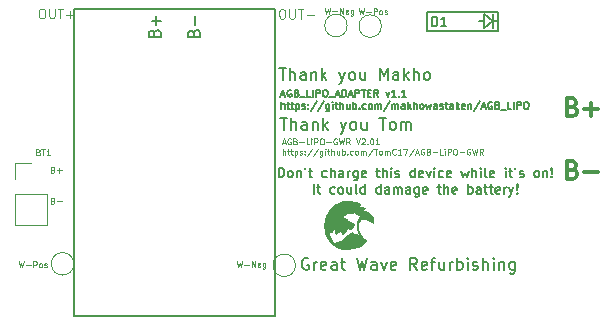
<source format=gto>
G04 #@! TF.GenerationSoftware,KiCad,Pcbnew,(5.1.8)-1*
G04 #@! TF.CreationDate,2020-12-05T00:35:16+00:00*
G04 #@! TF.ProjectId,Great Wave Refurbishing GBA Battery Board,47726561-7420-4576-9176-652052656675,rev?*
G04 #@! TF.SameCoordinates,Original*
G04 #@! TF.FileFunction,Legend,Top*
G04 #@! TF.FilePolarity,Positive*
%FSLAX46Y46*%
G04 Gerber Fmt 4.6, Leading zero omitted, Abs format (unit mm)*
G04 Created by KiCad (PCBNEW (5.1.8)-1) date 2020-12-05 00:35:16*
%MOMM*%
%LPD*%
G01*
G04 APERTURE LIST*
%ADD10C,0.200000*%
%ADD11C,0.125000*%
%ADD12C,0.150000*%
%ADD13C,0.137500*%
%ADD14C,0.300000*%
%ADD15C,0.120000*%
%ADD16C,0.010000*%
%ADD17C,0.100000*%
G04 APERTURE END LIST*
D10*
X34688095Y-26511904D02*
X34688095Y-25711904D01*
X34878571Y-25711904D01*
X34992857Y-25750000D01*
X35069047Y-25826190D01*
X35107142Y-25902380D01*
X35145238Y-26054761D01*
X35145238Y-26169047D01*
X35107142Y-26321428D01*
X35069047Y-26397619D01*
X34992857Y-26473809D01*
X34878571Y-26511904D01*
X34688095Y-26511904D01*
X35602380Y-26511904D02*
X35526190Y-26473809D01*
X35488095Y-26435714D01*
X35450000Y-26359523D01*
X35450000Y-26130952D01*
X35488095Y-26054761D01*
X35526190Y-26016666D01*
X35602380Y-25978571D01*
X35716666Y-25978571D01*
X35792857Y-26016666D01*
X35830952Y-26054761D01*
X35869047Y-26130952D01*
X35869047Y-26359523D01*
X35830952Y-26435714D01*
X35792857Y-26473809D01*
X35716666Y-26511904D01*
X35602380Y-26511904D01*
X36211904Y-25978571D02*
X36211904Y-26511904D01*
X36211904Y-26054761D02*
X36250000Y-26016666D01*
X36326190Y-25978571D01*
X36440476Y-25978571D01*
X36516666Y-26016666D01*
X36554761Y-26092857D01*
X36554761Y-26511904D01*
X36973809Y-25711904D02*
X36897619Y-25864285D01*
X37202380Y-25978571D02*
X37507142Y-25978571D01*
X37316666Y-25711904D02*
X37316666Y-26397619D01*
X37354761Y-26473809D01*
X37430952Y-26511904D01*
X37507142Y-26511904D01*
X38726190Y-26473809D02*
X38650000Y-26511904D01*
X38497619Y-26511904D01*
X38421428Y-26473809D01*
X38383333Y-26435714D01*
X38345238Y-26359523D01*
X38345238Y-26130952D01*
X38383333Y-26054761D01*
X38421428Y-26016666D01*
X38497619Y-25978571D01*
X38650000Y-25978571D01*
X38726190Y-26016666D01*
X39069047Y-26511904D02*
X39069047Y-25711904D01*
X39411904Y-26511904D02*
X39411904Y-26092857D01*
X39373809Y-26016666D01*
X39297619Y-25978571D01*
X39183333Y-25978571D01*
X39107142Y-26016666D01*
X39069047Y-26054761D01*
X40135714Y-26511904D02*
X40135714Y-26092857D01*
X40097619Y-26016666D01*
X40021428Y-25978571D01*
X39869047Y-25978571D01*
X39792857Y-26016666D01*
X40135714Y-26473809D02*
X40059523Y-26511904D01*
X39869047Y-26511904D01*
X39792857Y-26473809D01*
X39754761Y-26397619D01*
X39754761Y-26321428D01*
X39792857Y-26245238D01*
X39869047Y-26207142D01*
X40059523Y-26207142D01*
X40135714Y-26169047D01*
X40516666Y-26511904D02*
X40516666Y-25978571D01*
X40516666Y-26130952D02*
X40554761Y-26054761D01*
X40592857Y-26016666D01*
X40669047Y-25978571D01*
X40745238Y-25978571D01*
X41354761Y-25978571D02*
X41354761Y-26626190D01*
X41316666Y-26702380D01*
X41278571Y-26740476D01*
X41202380Y-26778571D01*
X41088095Y-26778571D01*
X41011904Y-26740476D01*
X41354761Y-26473809D02*
X41278571Y-26511904D01*
X41126190Y-26511904D01*
X41049999Y-26473809D01*
X41011904Y-26435714D01*
X40973809Y-26359523D01*
X40973809Y-26130952D01*
X41011904Y-26054761D01*
X41049999Y-26016666D01*
X41126190Y-25978571D01*
X41278571Y-25978571D01*
X41354761Y-26016666D01*
X42040476Y-26473809D02*
X41964285Y-26511904D01*
X41811904Y-26511904D01*
X41735714Y-26473809D01*
X41697619Y-26397619D01*
X41697619Y-26092857D01*
X41735714Y-26016666D01*
X41811904Y-25978571D01*
X41964285Y-25978571D01*
X42040476Y-26016666D01*
X42078571Y-26092857D01*
X42078571Y-26169047D01*
X41697619Y-26245238D01*
X42916666Y-25978571D02*
X43221428Y-25978571D01*
X43030952Y-25711904D02*
X43030952Y-26397619D01*
X43069047Y-26473809D01*
X43145238Y-26511904D01*
X43221428Y-26511904D01*
X43488095Y-26511904D02*
X43488095Y-25711904D01*
X43830952Y-26511904D02*
X43830952Y-26092857D01*
X43792857Y-26016666D01*
X43716666Y-25978571D01*
X43602380Y-25978571D01*
X43526190Y-26016666D01*
X43488095Y-26054761D01*
X44211904Y-26511904D02*
X44211904Y-25978571D01*
X44211904Y-25711904D02*
X44173809Y-25750000D01*
X44211904Y-25788095D01*
X44250000Y-25750000D01*
X44211904Y-25711904D01*
X44211904Y-25788095D01*
X44554761Y-26473809D02*
X44630952Y-26511904D01*
X44783333Y-26511904D01*
X44859523Y-26473809D01*
X44897619Y-26397619D01*
X44897619Y-26359523D01*
X44859523Y-26283333D01*
X44783333Y-26245238D01*
X44669047Y-26245238D01*
X44592857Y-26207142D01*
X44554761Y-26130952D01*
X44554761Y-26092857D01*
X44592857Y-26016666D01*
X44669047Y-25978571D01*
X44783333Y-25978571D01*
X44859523Y-26016666D01*
X46192857Y-26511904D02*
X46192857Y-25711904D01*
X46192857Y-26473809D02*
X46116666Y-26511904D01*
X45964285Y-26511904D01*
X45888095Y-26473809D01*
X45850000Y-26435714D01*
X45811904Y-26359523D01*
X45811904Y-26130952D01*
X45850000Y-26054761D01*
X45888095Y-26016666D01*
X45964285Y-25978571D01*
X46116666Y-25978571D01*
X46192857Y-26016666D01*
X46878571Y-26473809D02*
X46802380Y-26511904D01*
X46650000Y-26511904D01*
X46573809Y-26473809D01*
X46535714Y-26397619D01*
X46535714Y-26092857D01*
X46573809Y-26016666D01*
X46650000Y-25978571D01*
X46802380Y-25978571D01*
X46878571Y-26016666D01*
X46916666Y-26092857D01*
X46916666Y-26169047D01*
X46535714Y-26245238D01*
X47183333Y-25978571D02*
X47373809Y-26511904D01*
X47564285Y-25978571D01*
X47869047Y-26511904D02*
X47869047Y-25978571D01*
X47869047Y-25711904D02*
X47830952Y-25750000D01*
X47869047Y-25788095D01*
X47907142Y-25750000D01*
X47869047Y-25711904D01*
X47869047Y-25788095D01*
X48592857Y-26473809D02*
X48516666Y-26511904D01*
X48364285Y-26511904D01*
X48288095Y-26473809D01*
X48250000Y-26435714D01*
X48211904Y-26359523D01*
X48211904Y-26130952D01*
X48250000Y-26054761D01*
X48288095Y-26016666D01*
X48364285Y-25978571D01*
X48516666Y-25978571D01*
X48592857Y-26016666D01*
X49240476Y-26473809D02*
X49164285Y-26511904D01*
X49011904Y-26511904D01*
X48935714Y-26473809D01*
X48897619Y-26397619D01*
X48897619Y-26092857D01*
X48935714Y-26016666D01*
X49011904Y-25978571D01*
X49164285Y-25978571D01*
X49240476Y-26016666D01*
X49278571Y-26092857D01*
X49278571Y-26169047D01*
X48897619Y-26245238D01*
X50154761Y-25978571D02*
X50307142Y-26511904D01*
X50459523Y-26130952D01*
X50611904Y-26511904D01*
X50764285Y-25978571D01*
X51069047Y-26511904D02*
X51069047Y-25711904D01*
X51411904Y-26511904D02*
X51411904Y-26092857D01*
X51373809Y-26016666D01*
X51297619Y-25978571D01*
X51183333Y-25978571D01*
X51107142Y-26016666D01*
X51069047Y-26054761D01*
X51792857Y-26511904D02*
X51792857Y-25978571D01*
X51792857Y-25711904D02*
X51754761Y-25750000D01*
X51792857Y-25788095D01*
X51830952Y-25750000D01*
X51792857Y-25711904D01*
X51792857Y-25788095D01*
X52288095Y-26511904D02*
X52211904Y-26473809D01*
X52173809Y-26397619D01*
X52173809Y-25711904D01*
X52897619Y-26473809D02*
X52821428Y-26511904D01*
X52669047Y-26511904D01*
X52592857Y-26473809D01*
X52554761Y-26397619D01*
X52554761Y-26092857D01*
X52592857Y-26016666D01*
X52669047Y-25978571D01*
X52821428Y-25978571D01*
X52897619Y-26016666D01*
X52935714Y-26092857D01*
X52935714Y-26169047D01*
X52554761Y-26245238D01*
X53888095Y-26511904D02*
X53888095Y-25978571D01*
X53888095Y-25711904D02*
X53850000Y-25750000D01*
X53888095Y-25788095D01*
X53926190Y-25750000D01*
X53888095Y-25711904D01*
X53888095Y-25788095D01*
X54154761Y-25978571D02*
X54459523Y-25978571D01*
X54269047Y-25711904D02*
X54269047Y-26397619D01*
X54307142Y-26473809D01*
X54383333Y-26511904D01*
X54459523Y-26511904D01*
X54764285Y-25711904D02*
X54688095Y-25864285D01*
X55069047Y-26473809D02*
X55145238Y-26511904D01*
X55297619Y-26511904D01*
X55373809Y-26473809D01*
X55411904Y-26397619D01*
X55411904Y-26359523D01*
X55373809Y-26283333D01*
X55297619Y-26245238D01*
X55183333Y-26245238D01*
X55107142Y-26207142D01*
X55069047Y-26130952D01*
X55069047Y-26092857D01*
X55107142Y-26016666D01*
X55183333Y-25978571D01*
X55297619Y-25978571D01*
X55373809Y-26016666D01*
X56478571Y-26511904D02*
X56402380Y-26473809D01*
X56364285Y-26435714D01*
X56326190Y-26359523D01*
X56326190Y-26130952D01*
X56364285Y-26054761D01*
X56402380Y-26016666D01*
X56478571Y-25978571D01*
X56592857Y-25978571D01*
X56669047Y-26016666D01*
X56707142Y-26054761D01*
X56745238Y-26130952D01*
X56745238Y-26359523D01*
X56707142Y-26435714D01*
X56669047Y-26473809D01*
X56592857Y-26511904D01*
X56478571Y-26511904D01*
X57088095Y-25978571D02*
X57088095Y-26511904D01*
X57088095Y-26054761D02*
X57126190Y-26016666D01*
X57202380Y-25978571D01*
X57316666Y-25978571D01*
X57392857Y-26016666D01*
X57430952Y-26092857D01*
X57430952Y-26511904D01*
X57811904Y-26435714D02*
X57850000Y-26473809D01*
X57811904Y-26511904D01*
X57773809Y-26473809D01*
X57811904Y-26435714D01*
X57811904Y-26511904D01*
X57811904Y-26207142D02*
X57773809Y-25750000D01*
X57811904Y-25711904D01*
X57850000Y-25750000D01*
X57811904Y-26207142D01*
X57811904Y-25711904D01*
X37640476Y-27911904D02*
X37640476Y-27111904D01*
X37907142Y-27378571D02*
X38211904Y-27378571D01*
X38021428Y-27111904D02*
X38021428Y-27797619D01*
X38059523Y-27873809D01*
X38135714Y-27911904D01*
X38211904Y-27911904D01*
X39430952Y-27873809D02*
X39354761Y-27911904D01*
X39202380Y-27911904D01*
X39126190Y-27873809D01*
X39088095Y-27835714D01*
X39050000Y-27759523D01*
X39050000Y-27530952D01*
X39088095Y-27454761D01*
X39126190Y-27416666D01*
X39202380Y-27378571D01*
X39354761Y-27378571D01*
X39430952Y-27416666D01*
X39888095Y-27911904D02*
X39811904Y-27873809D01*
X39773809Y-27835714D01*
X39735714Y-27759523D01*
X39735714Y-27530952D01*
X39773809Y-27454761D01*
X39811904Y-27416666D01*
X39888095Y-27378571D01*
X40002380Y-27378571D01*
X40078571Y-27416666D01*
X40116666Y-27454761D01*
X40154761Y-27530952D01*
X40154761Y-27759523D01*
X40116666Y-27835714D01*
X40078571Y-27873809D01*
X40002380Y-27911904D01*
X39888095Y-27911904D01*
X40840476Y-27378571D02*
X40840476Y-27911904D01*
X40497619Y-27378571D02*
X40497619Y-27797619D01*
X40535714Y-27873809D01*
X40611904Y-27911904D01*
X40726190Y-27911904D01*
X40802380Y-27873809D01*
X40840476Y-27835714D01*
X41335714Y-27911904D02*
X41259523Y-27873809D01*
X41221428Y-27797619D01*
X41221428Y-27111904D01*
X41983333Y-27911904D02*
X41983333Y-27111904D01*
X41983333Y-27873809D02*
X41907142Y-27911904D01*
X41754761Y-27911904D01*
X41678571Y-27873809D01*
X41640476Y-27835714D01*
X41602380Y-27759523D01*
X41602380Y-27530952D01*
X41640476Y-27454761D01*
X41678571Y-27416666D01*
X41754761Y-27378571D01*
X41907142Y-27378571D01*
X41983333Y-27416666D01*
X43316666Y-27911904D02*
X43316666Y-27111904D01*
X43316666Y-27873809D02*
X43240476Y-27911904D01*
X43088095Y-27911904D01*
X43011904Y-27873809D01*
X42973809Y-27835714D01*
X42935714Y-27759523D01*
X42935714Y-27530952D01*
X42973809Y-27454761D01*
X43011904Y-27416666D01*
X43088095Y-27378571D01*
X43240476Y-27378571D01*
X43316666Y-27416666D01*
X44040476Y-27911904D02*
X44040476Y-27492857D01*
X44002380Y-27416666D01*
X43926190Y-27378571D01*
X43773809Y-27378571D01*
X43697619Y-27416666D01*
X44040476Y-27873809D02*
X43964285Y-27911904D01*
X43773809Y-27911904D01*
X43697619Y-27873809D01*
X43659523Y-27797619D01*
X43659523Y-27721428D01*
X43697619Y-27645238D01*
X43773809Y-27607142D01*
X43964285Y-27607142D01*
X44040476Y-27569047D01*
X44421428Y-27911904D02*
X44421428Y-27378571D01*
X44421428Y-27454761D02*
X44459523Y-27416666D01*
X44535714Y-27378571D01*
X44650000Y-27378571D01*
X44726190Y-27416666D01*
X44764285Y-27492857D01*
X44764285Y-27911904D01*
X44764285Y-27492857D02*
X44802380Y-27416666D01*
X44878571Y-27378571D01*
X44992857Y-27378571D01*
X45069047Y-27416666D01*
X45107142Y-27492857D01*
X45107142Y-27911904D01*
X45830952Y-27911904D02*
X45830952Y-27492857D01*
X45792857Y-27416666D01*
X45716666Y-27378571D01*
X45564285Y-27378571D01*
X45488095Y-27416666D01*
X45830952Y-27873809D02*
X45754761Y-27911904D01*
X45564285Y-27911904D01*
X45488095Y-27873809D01*
X45450000Y-27797619D01*
X45450000Y-27721428D01*
X45488095Y-27645238D01*
X45564285Y-27607142D01*
X45754761Y-27607142D01*
X45830952Y-27569047D01*
X46554761Y-27378571D02*
X46554761Y-28026190D01*
X46516666Y-28102380D01*
X46478571Y-28140476D01*
X46402380Y-28178571D01*
X46288095Y-28178571D01*
X46211904Y-28140476D01*
X46554761Y-27873809D02*
X46478571Y-27911904D01*
X46326190Y-27911904D01*
X46250000Y-27873809D01*
X46211904Y-27835714D01*
X46173809Y-27759523D01*
X46173809Y-27530952D01*
X46211904Y-27454761D01*
X46250000Y-27416666D01*
X46326190Y-27378571D01*
X46478571Y-27378571D01*
X46554761Y-27416666D01*
X47240476Y-27873809D02*
X47164285Y-27911904D01*
X47011904Y-27911904D01*
X46935714Y-27873809D01*
X46897619Y-27797619D01*
X46897619Y-27492857D01*
X46935714Y-27416666D01*
X47011904Y-27378571D01*
X47164285Y-27378571D01*
X47240476Y-27416666D01*
X47278571Y-27492857D01*
X47278571Y-27569047D01*
X46897619Y-27645238D01*
X48116666Y-27378571D02*
X48421428Y-27378571D01*
X48230952Y-27111904D02*
X48230952Y-27797619D01*
X48269047Y-27873809D01*
X48345238Y-27911904D01*
X48421428Y-27911904D01*
X48688095Y-27911904D02*
X48688095Y-27111904D01*
X49030952Y-27911904D02*
X49030952Y-27492857D01*
X48992857Y-27416666D01*
X48916666Y-27378571D01*
X48802380Y-27378571D01*
X48726190Y-27416666D01*
X48688095Y-27454761D01*
X49716666Y-27873809D02*
X49640476Y-27911904D01*
X49488095Y-27911904D01*
X49411904Y-27873809D01*
X49373809Y-27797619D01*
X49373809Y-27492857D01*
X49411904Y-27416666D01*
X49488095Y-27378571D01*
X49640476Y-27378571D01*
X49716666Y-27416666D01*
X49754761Y-27492857D01*
X49754761Y-27569047D01*
X49373809Y-27645238D01*
X50707142Y-27911904D02*
X50707142Y-27111904D01*
X50707142Y-27416666D02*
X50783333Y-27378571D01*
X50935714Y-27378571D01*
X51011904Y-27416666D01*
X51050000Y-27454761D01*
X51088095Y-27530952D01*
X51088095Y-27759523D01*
X51050000Y-27835714D01*
X51011904Y-27873809D01*
X50935714Y-27911904D01*
X50783333Y-27911904D01*
X50707142Y-27873809D01*
X51773809Y-27911904D02*
X51773809Y-27492857D01*
X51735714Y-27416666D01*
X51659523Y-27378571D01*
X51507142Y-27378571D01*
X51430952Y-27416666D01*
X51773809Y-27873809D02*
X51697619Y-27911904D01*
X51507142Y-27911904D01*
X51430952Y-27873809D01*
X51392857Y-27797619D01*
X51392857Y-27721428D01*
X51430952Y-27645238D01*
X51507142Y-27607142D01*
X51697619Y-27607142D01*
X51773809Y-27569047D01*
X52040476Y-27378571D02*
X52345238Y-27378571D01*
X52154761Y-27111904D02*
X52154761Y-27797619D01*
X52192857Y-27873809D01*
X52269047Y-27911904D01*
X52345238Y-27911904D01*
X52497619Y-27378571D02*
X52802380Y-27378571D01*
X52611904Y-27111904D02*
X52611904Y-27797619D01*
X52650000Y-27873809D01*
X52726190Y-27911904D01*
X52802380Y-27911904D01*
X53373809Y-27873809D02*
X53297619Y-27911904D01*
X53145238Y-27911904D01*
X53069047Y-27873809D01*
X53030952Y-27797619D01*
X53030952Y-27492857D01*
X53069047Y-27416666D01*
X53145238Y-27378571D01*
X53297619Y-27378571D01*
X53373809Y-27416666D01*
X53411904Y-27492857D01*
X53411904Y-27569047D01*
X53030952Y-27645238D01*
X53754761Y-27911904D02*
X53754761Y-27378571D01*
X53754761Y-27530952D02*
X53792857Y-27454761D01*
X53830952Y-27416666D01*
X53907142Y-27378571D01*
X53983333Y-27378571D01*
X54173809Y-27378571D02*
X54364285Y-27911904D01*
X54554761Y-27378571D02*
X54364285Y-27911904D01*
X54288095Y-28102380D01*
X54250000Y-28140476D01*
X54173809Y-28178571D01*
X54859523Y-27835714D02*
X54897619Y-27873809D01*
X54859523Y-27911904D01*
X54821428Y-27873809D01*
X54859523Y-27835714D01*
X54859523Y-27911904D01*
X54859523Y-27607142D02*
X54821428Y-27150000D01*
X54859523Y-27111904D01*
X54897619Y-27150000D01*
X54859523Y-27607142D01*
X54859523Y-27111904D01*
D11*
X34976488Y-23595833D02*
X35214583Y-23595833D01*
X34928869Y-23738690D02*
X35095535Y-23238690D01*
X35262202Y-23738690D01*
X35690773Y-23262500D02*
X35643154Y-23238690D01*
X35571726Y-23238690D01*
X35500297Y-23262500D01*
X35452678Y-23310119D01*
X35428869Y-23357738D01*
X35405059Y-23452976D01*
X35405059Y-23524404D01*
X35428869Y-23619642D01*
X35452678Y-23667261D01*
X35500297Y-23714880D01*
X35571726Y-23738690D01*
X35619345Y-23738690D01*
X35690773Y-23714880D01*
X35714583Y-23691071D01*
X35714583Y-23524404D01*
X35619345Y-23524404D01*
X36095535Y-23476785D02*
X36166964Y-23500595D01*
X36190773Y-23524404D01*
X36214583Y-23572023D01*
X36214583Y-23643452D01*
X36190773Y-23691071D01*
X36166964Y-23714880D01*
X36119345Y-23738690D01*
X35928869Y-23738690D01*
X35928869Y-23238690D01*
X36095535Y-23238690D01*
X36143154Y-23262500D01*
X36166964Y-23286309D01*
X36190773Y-23333928D01*
X36190773Y-23381547D01*
X36166964Y-23429166D01*
X36143154Y-23452976D01*
X36095535Y-23476785D01*
X35928869Y-23476785D01*
X36428869Y-23548214D02*
X36809821Y-23548214D01*
X37286011Y-23738690D02*
X37047916Y-23738690D01*
X37047916Y-23238690D01*
X37452678Y-23738690D02*
X37452678Y-23405357D01*
X37452678Y-23238690D02*
X37428869Y-23262500D01*
X37452678Y-23286309D01*
X37476488Y-23262500D01*
X37452678Y-23238690D01*
X37452678Y-23286309D01*
X37690773Y-23738690D02*
X37690773Y-23238690D01*
X37881250Y-23238690D01*
X37928869Y-23262500D01*
X37952678Y-23286309D01*
X37976488Y-23333928D01*
X37976488Y-23405357D01*
X37952678Y-23452976D01*
X37928869Y-23476785D01*
X37881250Y-23500595D01*
X37690773Y-23500595D01*
X38286011Y-23238690D02*
X38381250Y-23238690D01*
X38428869Y-23262500D01*
X38476488Y-23310119D01*
X38500297Y-23405357D01*
X38500297Y-23572023D01*
X38476488Y-23667261D01*
X38428869Y-23714880D01*
X38381250Y-23738690D01*
X38286011Y-23738690D01*
X38238392Y-23714880D01*
X38190773Y-23667261D01*
X38166964Y-23572023D01*
X38166964Y-23405357D01*
X38190773Y-23310119D01*
X38238392Y-23262500D01*
X38286011Y-23238690D01*
X38714583Y-23548214D02*
X39095535Y-23548214D01*
X39595535Y-23262500D02*
X39547916Y-23238690D01*
X39476488Y-23238690D01*
X39405059Y-23262500D01*
X39357440Y-23310119D01*
X39333630Y-23357738D01*
X39309821Y-23452976D01*
X39309821Y-23524404D01*
X39333630Y-23619642D01*
X39357440Y-23667261D01*
X39405059Y-23714880D01*
X39476488Y-23738690D01*
X39524107Y-23738690D01*
X39595535Y-23714880D01*
X39619345Y-23691071D01*
X39619345Y-23524404D01*
X39524107Y-23524404D01*
X39786011Y-23238690D02*
X39905059Y-23738690D01*
X40000297Y-23381547D01*
X40095535Y-23738690D01*
X40214583Y-23238690D01*
X40690773Y-23738690D02*
X40524107Y-23500595D01*
X40405059Y-23738690D02*
X40405059Y-23238690D01*
X40595535Y-23238690D01*
X40643154Y-23262500D01*
X40666964Y-23286309D01*
X40690773Y-23333928D01*
X40690773Y-23405357D01*
X40666964Y-23452976D01*
X40643154Y-23476785D01*
X40595535Y-23500595D01*
X40405059Y-23500595D01*
X41214583Y-23238690D02*
X41381250Y-23738690D01*
X41547916Y-23238690D01*
X41690773Y-23286309D02*
X41714583Y-23262500D01*
X41762202Y-23238690D01*
X41881250Y-23238690D01*
X41928869Y-23262500D01*
X41952678Y-23286309D01*
X41976488Y-23333928D01*
X41976488Y-23381547D01*
X41952678Y-23452976D01*
X41666964Y-23738690D01*
X41976488Y-23738690D01*
X42190773Y-23691071D02*
X42214583Y-23714880D01*
X42190773Y-23738690D01*
X42166964Y-23714880D01*
X42190773Y-23691071D01*
X42190773Y-23738690D01*
X42524107Y-23238690D02*
X42571726Y-23238690D01*
X42619345Y-23262500D01*
X42643154Y-23286309D01*
X42666964Y-23333928D01*
X42690773Y-23429166D01*
X42690773Y-23548214D01*
X42666964Y-23643452D01*
X42643154Y-23691071D01*
X42619345Y-23714880D01*
X42571726Y-23738690D01*
X42524107Y-23738690D01*
X42476488Y-23714880D01*
X42452678Y-23691071D01*
X42428869Y-23643452D01*
X42405059Y-23548214D01*
X42405059Y-23429166D01*
X42428869Y-23333928D01*
X42452678Y-23286309D01*
X42476488Y-23262500D01*
X42524107Y-23238690D01*
X43166964Y-23738690D02*
X42881250Y-23738690D01*
X43024107Y-23738690D02*
X43024107Y-23238690D01*
X42976488Y-23310119D01*
X42928869Y-23357738D01*
X42881250Y-23381547D01*
X35000297Y-24613690D02*
X35000297Y-24113690D01*
X35214583Y-24613690D02*
X35214583Y-24351785D01*
X35190773Y-24304166D01*
X35143154Y-24280357D01*
X35071726Y-24280357D01*
X35024107Y-24304166D01*
X35000297Y-24327976D01*
X35381250Y-24280357D02*
X35571726Y-24280357D01*
X35452678Y-24113690D02*
X35452678Y-24542261D01*
X35476488Y-24589880D01*
X35524107Y-24613690D01*
X35571726Y-24613690D01*
X35666964Y-24280357D02*
X35857440Y-24280357D01*
X35738392Y-24113690D02*
X35738392Y-24542261D01*
X35762202Y-24589880D01*
X35809821Y-24613690D01*
X35857440Y-24613690D01*
X36024107Y-24280357D02*
X36024107Y-24780357D01*
X36024107Y-24304166D02*
X36071726Y-24280357D01*
X36166964Y-24280357D01*
X36214583Y-24304166D01*
X36238392Y-24327976D01*
X36262202Y-24375595D01*
X36262202Y-24518452D01*
X36238392Y-24566071D01*
X36214583Y-24589880D01*
X36166964Y-24613690D01*
X36071726Y-24613690D01*
X36024107Y-24589880D01*
X36452678Y-24589880D02*
X36500297Y-24613690D01*
X36595535Y-24613690D01*
X36643154Y-24589880D01*
X36666964Y-24542261D01*
X36666964Y-24518452D01*
X36643154Y-24470833D01*
X36595535Y-24447023D01*
X36524107Y-24447023D01*
X36476488Y-24423214D01*
X36452678Y-24375595D01*
X36452678Y-24351785D01*
X36476488Y-24304166D01*
X36524107Y-24280357D01*
X36595535Y-24280357D01*
X36643154Y-24304166D01*
X36881250Y-24566071D02*
X36905059Y-24589880D01*
X36881250Y-24613690D01*
X36857440Y-24589880D01*
X36881250Y-24566071D01*
X36881250Y-24613690D01*
X36881250Y-24304166D02*
X36905059Y-24327976D01*
X36881250Y-24351785D01*
X36857440Y-24327976D01*
X36881250Y-24304166D01*
X36881250Y-24351785D01*
X37476488Y-24089880D02*
X37047916Y-24732738D01*
X38000297Y-24089880D02*
X37571726Y-24732738D01*
X38381250Y-24280357D02*
X38381250Y-24685119D01*
X38357440Y-24732738D01*
X38333630Y-24756547D01*
X38286011Y-24780357D01*
X38214583Y-24780357D01*
X38166964Y-24756547D01*
X38381250Y-24589880D02*
X38333630Y-24613690D01*
X38238392Y-24613690D01*
X38190773Y-24589880D01*
X38166964Y-24566071D01*
X38143154Y-24518452D01*
X38143154Y-24375595D01*
X38166964Y-24327976D01*
X38190773Y-24304166D01*
X38238392Y-24280357D01*
X38333630Y-24280357D01*
X38381250Y-24304166D01*
X38619345Y-24613690D02*
X38619345Y-24280357D01*
X38619345Y-24113690D02*
X38595535Y-24137500D01*
X38619345Y-24161309D01*
X38643154Y-24137500D01*
X38619345Y-24113690D01*
X38619345Y-24161309D01*
X38786011Y-24280357D02*
X38976488Y-24280357D01*
X38857440Y-24113690D02*
X38857440Y-24542261D01*
X38881250Y-24589880D01*
X38928869Y-24613690D01*
X38976488Y-24613690D01*
X39143154Y-24613690D02*
X39143154Y-24113690D01*
X39357440Y-24613690D02*
X39357440Y-24351785D01*
X39333630Y-24304166D01*
X39286011Y-24280357D01*
X39214583Y-24280357D01*
X39166964Y-24304166D01*
X39143154Y-24327976D01*
X39809821Y-24280357D02*
X39809821Y-24613690D01*
X39595535Y-24280357D02*
X39595535Y-24542261D01*
X39619345Y-24589880D01*
X39666964Y-24613690D01*
X39738392Y-24613690D01*
X39786011Y-24589880D01*
X39809821Y-24566071D01*
X40047916Y-24613690D02*
X40047916Y-24113690D01*
X40047916Y-24304166D02*
X40095535Y-24280357D01*
X40190773Y-24280357D01*
X40238392Y-24304166D01*
X40262202Y-24327976D01*
X40286011Y-24375595D01*
X40286011Y-24518452D01*
X40262202Y-24566071D01*
X40238392Y-24589880D01*
X40190773Y-24613690D01*
X40095535Y-24613690D01*
X40047916Y-24589880D01*
X40500297Y-24566071D02*
X40524107Y-24589880D01*
X40500297Y-24613690D01*
X40476488Y-24589880D01*
X40500297Y-24566071D01*
X40500297Y-24613690D01*
X40952678Y-24589880D02*
X40905059Y-24613690D01*
X40809821Y-24613690D01*
X40762202Y-24589880D01*
X40738392Y-24566071D01*
X40714583Y-24518452D01*
X40714583Y-24375595D01*
X40738392Y-24327976D01*
X40762202Y-24304166D01*
X40809821Y-24280357D01*
X40905059Y-24280357D01*
X40952678Y-24304166D01*
X41238392Y-24613690D02*
X41190773Y-24589880D01*
X41166964Y-24566071D01*
X41143154Y-24518452D01*
X41143154Y-24375595D01*
X41166964Y-24327976D01*
X41190773Y-24304166D01*
X41238392Y-24280357D01*
X41309821Y-24280357D01*
X41357440Y-24304166D01*
X41381250Y-24327976D01*
X41405059Y-24375595D01*
X41405059Y-24518452D01*
X41381250Y-24566071D01*
X41357440Y-24589880D01*
X41309821Y-24613690D01*
X41238392Y-24613690D01*
X41619345Y-24613690D02*
X41619345Y-24280357D01*
X41619345Y-24327976D02*
X41643154Y-24304166D01*
X41690773Y-24280357D01*
X41762202Y-24280357D01*
X41809821Y-24304166D01*
X41833630Y-24351785D01*
X41833630Y-24613690D01*
X41833630Y-24351785D02*
X41857440Y-24304166D01*
X41905059Y-24280357D01*
X41976488Y-24280357D01*
X42024107Y-24304166D01*
X42047916Y-24351785D01*
X42047916Y-24613690D01*
X42643154Y-24089880D02*
X42214583Y-24732738D01*
X42738392Y-24113690D02*
X43024107Y-24113690D01*
X42881250Y-24613690D02*
X42881250Y-24113690D01*
X43262202Y-24613690D02*
X43214583Y-24589880D01*
X43190773Y-24566071D01*
X43166964Y-24518452D01*
X43166964Y-24375595D01*
X43190773Y-24327976D01*
X43214583Y-24304166D01*
X43262202Y-24280357D01*
X43333630Y-24280357D01*
X43381250Y-24304166D01*
X43405059Y-24327976D01*
X43428869Y-24375595D01*
X43428869Y-24518452D01*
X43405059Y-24566071D01*
X43381250Y-24589880D01*
X43333630Y-24613690D01*
X43262202Y-24613690D01*
X43643154Y-24613690D02*
X43643154Y-24280357D01*
X43643154Y-24327976D02*
X43666964Y-24304166D01*
X43714583Y-24280357D01*
X43786011Y-24280357D01*
X43833630Y-24304166D01*
X43857440Y-24351785D01*
X43857440Y-24613690D01*
X43857440Y-24351785D02*
X43881250Y-24304166D01*
X43928869Y-24280357D01*
X44000297Y-24280357D01*
X44047916Y-24304166D01*
X44071726Y-24351785D01*
X44071726Y-24613690D01*
X44595535Y-24566071D02*
X44571726Y-24589880D01*
X44500297Y-24613690D01*
X44452678Y-24613690D01*
X44381250Y-24589880D01*
X44333630Y-24542261D01*
X44309821Y-24494642D01*
X44286011Y-24399404D01*
X44286011Y-24327976D01*
X44309821Y-24232738D01*
X44333630Y-24185119D01*
X44381250Y-24137500D01*
X44452678Y-24113690D01*
X44500297Y-24113690D01*
X44571726Y-24137500D01*
X44595535Y-24161309D01*
X45071726Y-24613690D02*
X44786011Y-24613690D01*
X44928869Y-24613690D02*
X44928869Y-24113690D01*
X44881250Y-24185119D01*
X44833630Y-24232738D01*
X44786011Y-24256547D01*
X45238392Y-24113690D02*
X45571726Y-24113690D01*
X45357440Y-24613690D01*
X46119345Y-24089880D02*
X45690773Y-24732738D01*
X46262202Y-24470833D02*
X46500297Y-24470833D01*
X46214583Y-24613690D02*
X46381250Y-24113690D01*
X46547916Y-24613690D01*
X46976488Y-24137500D02*
X46928869Y-24113690D01*
X46857440Y-24113690D01*
X46786011Y-24137500D01*
X46738392Y-24185119D01*
X46714583Y-24232738D01*
X46690773Y-24327976D01*
X46690773Y-24399404D01*
X46714583Y-24494642D01*
X46738392Y-24542261D01*
X46786011Y-24589880D01*
X46857440Y-24613690D01*
X46905059Y-24613690D01*
X46976488Y-24589880D01*
X47000297Y-24566071D01*
X47000297Y-24399404D01*
X46905059Y-24399404D01*
X47381250Y-24351785D02*
X47452678Y-24375595D01*
X47476488Y-24399404D01*
X47500297Y-24447023D01*
X47500297Y-24518452D01*
X47476488Y-24566071D01*
X47452678Y-24589880D01*
X47405059Y-24613690D01*
X47214583Y-24613690D01*
X47214583Y-24113690D01*
X47381250Y-24113690D01*
X47428869Y-24137500D01*
X47452678Y-24161309D01*
X47476488Y-24208928D01*
X47476488Y-24256547D01*
X47452678Y-24304166D01*
X47428869Y-24327976D01*
X47381250Y-24351785D01*
X47214583Y-24351785D01*
X47714583Y-24423214D02*
X48095535Y-24423214D01*
X48571726Y-24613690D02*
X48333630Y-24613690D01*
X48333630Y-24113690D01*
X48738392Y-24613690D02*
X48738392Y-24280357D01*
X48738392Y-24113690D02*
X48714583Y-24137500D01*
X48738392Y-24161309D01*
X48762202Y-24137500D01*
X48738392Y-24113690D01*
X48738392Y-24161309D01*
X48976488Y-24613690D02*
X48976488Y-24113690D01*
X49166964Y-24113690D01*
X49214583Y-24137500D01*
X49238392Y-24161309D01*
X49262202Y-24208928D01*
X49262202Y-24280357D01*
X49238392Y-24327976D01*
X49214583Y-24351785D01*
X49166964Y-24375595D01*
X48976488Y-24375595D01*
X49571726Y-24113690D02*
X49666964Y-24113690D01*
X49714583Y-24137500D01*
X49762202Y-24185119D01*
X49786011Y-24280357D01*
X49786011Y-24447023D01*
X49762202Y-24542261D01*
X49714583Y-24589880D01*
X49666964Y-24613690D01*
X49571726Y-24613690D01*
X49524107Y-24589880D01*
X49476488Y-24542261D01*
X49452678Y-24447023D01*
X49452678Y-24280357D01*
X49476488Y-24185119D01*
X49524107Y-24137500D01*
X49571726Y-24113690D01*
X50000297Y-24423214D02*
X50381250Y-24423214D01*
X50881250Y-24137500D02*
X50833630Y-24113690D01*
X50762202Y-24113690D01*
X50690773Y-24137500D01*
X50643154Y-24185119D01*
X50619345Y-24232738D01*
X50595535Y-24327976D01*
X50595535Y-24399404D01*
X50619345Y-24494642D01*
X50643154Y-24542261D01*
X50690773Y-24589880D01*
X50762202Y-24613690D01*
X50809821Y-24613690D01*
X50881250Y-24589880D01*
X50905059Y-24566071D01*
X50905059Y-24399404D01*
X50809821Y-24399404D01*
X51071726Y-24113690D02*
X51190773Y-24613690D01*
X51286011Y-24256547D01*
X51381250Y-24613690D01*
X51500297Y-24113690D01*
X51976488Y-24613690D02*
X51809821Y-24375595D01*
X51690773Y-24613690D02*
X51690773Y-24113690D01*
X51881250Y-24113690D01*
X51928869Y-24137500D01*
X51952678Y-24161309D01*
X51976488Y-24208928D01*
X51976488Y-24280357D01*
X51952678Y-24327976D01*
X51928869Y-24351785D01*
X51881250Y-24375595D01*
X51690773Y-24375595D01*
D12*
X34829761Y-21502380D02*
X35401190Y-21502380D01*
X35115476Y-22502380D02*
X35115476Y-21502380D01*
X35734523Y-22502380D02*
X35734523Y-21502380D01*
X36163095Y-22502380D02*
X36163095Y-21978571D01*
X36115476Y-21883333D01*
X36020238Y-21835714D01*
X35877380Y-21835714D01*
X35782142Y-21883333D01*
X35734523Y-21930952D01*
X37067857Y-22502380D02*
X37067857Y-21978571D01*
X37020238Y-21883333D01*
X36925000Y-21835714D01*
X36734523Y-21835714D01*
X36639285Y-21883333D01*
X37067857Y-22454761D02*
X36972619Y-22502380D01*
X36734523Y-22502380D01*
X36639285Y-22454761D01*
X36591666Y-22359523D01*
X36591666Y-22264285D01*
X36639285Y-22169047D01*
X36734523Y-22121428D01*
X36972619Y-22121428D01*
X37067857Y-22073809D01*
X37544047Y-21835714D02*
X37544047Y-22502380D01*
X37544047Y-21930952D02*
X37591666Y-21883333D01*
X37686904Y-21835714D01*
X37829761Y-21835714D01*
X37924999Y-21883333D01*
X37972619Y-21978571D01*
X37972619Y-22502380D01*
X38448809Y-22502380D02*
X38448809Y-21502380D01*
X38544047Y-22121428D02*
X38829761Y-22502380D01*
X38829761Y-21835714D02*
X38448809Y-22216666D01*
X39925000Y-21835714D02*
X40163095Y-22502380D01*
X40401190Y-21835714D02*
X40163095Y-22502380D01*
X40067857Y-22740476D01*
X40020238Y-22788095D01*
X39925000Y-22835714D01*
X40925000Y-22502380D02*
X40829761Y-22454761D01*
X40782142Y-22407142D01*
X40734523Y-22311904D01*
X40734523Y-22026190D01*
X40782142Y-21930952D01*
X40829761Y-21883333D01*
X40925000Y-21835714D01*
X41067857Y-21835714D01*
X41163095Y-21883333D01*
X41210714Y-21930952D01*
X41258333Y-22026190D01*
X41258333Y-22311904D01*
X41210714Y-22407142D01*
X41163095Y-22454761D01*
X41067857Y-22502380D01*
X40925000Y-22502380D01*
X42115476Y-21835714D02*
X42115476Y-22502380D01*
X41686904Y-21835714D02*
X41686904Y-22359523D01*
X41734523Y-22454761D01*
X41829761Y-22502380D01*
X41972619Y-22502380D01*
X42067857Y-22454761D01*
X42115476Y-22407142D01*
X43210714Y-21502380D02*
X43782142Y-21502380D01*
X43496428Y-22502380D02*
X43496428Y-21502380D01*
X44258333Y-22502380D02*
X44163095Y-22454761D01*
X44115476Y-22407142D01*
X44067857Y-22311904D01*
X44067857Y-22026190D01*
X44115476Y-21930952D01*
X44163095Y-21883333D01*
X44258333Y-21835714D01*
X44401190Y-21835714D01*
X44496428Y-21883333D01*
X44544047Y-21930952D01*
X44591666Y-22026190D01*
X44591666Y-22311904D01*
X44544047Y-22407142D01*
X44496428Y-22454761D01*
X44401190Y-22502380D01*
X44258333Y-22502380D01*
X45020238Y-22502380D02*
X45020238Y-21835714D01*
X45020238Y-21930952D02*
X45067857Y-21883333D01*
X45163095Y-21835714D01*
X45305952Y-21835714D01*
X45401190Y-21883333D01*
X45448809Y-21978571D01*
X45448809Y-22502380D01*
X45448809Y-21978571D02*
X45496428Y-21883333D01*
X45591666Y-21835714D01*
X45734523Y-21835714D01*
X45829761Y-21883333D01*
X45877380Y-21978571D01*
X45877380Y-22502380D01*
X34721428Y-17277380D02*
X35292857Y-17277380D01*
X35007142Y-18277380D02*
X35007142Y-17277380D01*
X35626190Y-18277380D02*
X35626190Y-17277380D01*
X36054761Y-18277380D02*
X36054761Y-17753571D01*
X36007142Y-17658333D01*
X35911904Y-17610714D01*
X35769047Y-17610714D01*
X35673809Y-17658333D01*
X35626190Y-17705952D01*
X36959523Y-18277380D02*
X36959523Y-17753571D01*
X36911904Y-17658333D01*
X36816666Y-17610714D01*
X36626190Y-17610714D01*
X36530952Y-17658333D01*
X36959523Y-18229761D02*
X36864285Y-18277380D01*
X36626190Y-18277380D01*
X36530952Y-18229761D01*
X36483333Y-18134523D01*
X36483333Y-18039285D01*
X36530952Y-17944047D01*
X36626190Y-17896428D01*
X36864285Y-17896428D01*
X36959523Y-17848809D01*
X37435714Y-17610714D02*
X37435714Y-18277380D01*
X37435714Y-17705952D02*
X37483333Y-17658333D01*
X37578571Y-17610714D01*
X37721428Y-17610714D01*
X37816666Y-17658333D01*
X37864285Y-17753571D01*
X37864285Y-18277380D01*
X38340476Y-18277380D02*
X38340476Y-17277380D01*
X38435714Y-17896428D02*
X38721428Y-18277380D01*
X38721428Y-17610714D02*
X38340476Y-17991666D01*
X39816666Y-17610714D02*
X40054761Y-18277380D01*
X40292857Y-17610714D02*
X40054761Y-18277380D01*
X39959523Y-18515476D01*
X39911904Y-18563095D01*
X39816666Y-18610714D01*
X40816666Y-18277380D02*
X40721428Y-18229761D01*
X40673809Y-18182142D01*
X40626190Y-18086904D01*
X40626190Y-17801190D01*
X40673809Y-17705952D01*
X40721428Y-17658333D01*
X40816666Y-17610714D01*
X40959523Y-17610714D01*
X41054761Y-17658333D01*
X41102380Y-17705952D01*
X41150000Y-17801190D01*
X41150000Y-18086904D01*
X41102380Y-18182142D01*
X41054761Y-18229761D01*
X40959523Y-18277380D01*
X40816666Y-18277380D01*
X42007142Y-17610714D02*
X42007142Y-18277380D01*
X41578571Y-17610714D02*
X41578571Y-18134523D01*
X41626190Y-18229761D01*
X41721428Y-18277380D01*
X41864285Y-18277380D01*
X41959523Y-18229761D01*
X42007142Y-18182142D01*
X43245238Y-18277380D02*
X43245238Y-17277380D01*
X43578571Y-17991666D01*
X43911904Y-17277380D01*
X43911904Y-18277380D01*
X44816666Y-18277380D02*
X44816666Y-17753571D01*
X44769047Y-17658333D01*
X44673809Y-17610714D01*
X44483333Y-17610714D01*
X44388095Y-17658333D01*
X44816666Y-18229761D02*
X44721428Y-18277380D01*
X44483333Y-18277380D01*
X44388095Y-18229761D01*
X44340476Y-18134523D01*
X44340476Y-18039285D01*
X44388095Y-17944047D01*
X44483333Y-17896428D01*
X44721428Y-17896428D01*
X44816666Y-17848809D01*
X45292857Y-18277380D02*
X45292857Y-17277380D01*
X45388095Y-17896428D02*
X45673809Y-18277380D01*
X45673809Y-17610714D02*
X45292857Y-17991666D01*
X46102380Y-18277380D02*
X46102380Y-17277380D01*
X46530952Y-18277380D02*
X46530952Y-17753571D01*
X46483333Y-17658333D01*
X46388095Y-17610714D01*
X46245238Y-17610714D01*
X46150000Y-17658333D01*
X46102380Y-17705952D01*
X47150000Y-18277380D02*
X47054761Y-18229761D01*
X47007142Y-18182142D01*
X46959523Y-18086904D01*
X46959523Y-17801190D01*
X47007142Y-17705952D01*
X47054761Y-17658333D01*
X47150000Y-17610714D01*
X47292857Y-17610714D01*
X47388095Y-17658333D01*
X47435714Y-17705952D01*
X47483333Y-17801190D01*
X47483333Y-18086904D01*
X47435714Y-18182142D01*
X47388095Y-18229761D01*
X47292857Y-18277380D01*
X47150000Y-18277380D01*
D13*
X34886660Y-19522250D02*
X35172375Y-19522250D01*
X34829517Y-19693678D02*
X35029517Y-19093678D01*
X35229517Y-19693678D01*
X35743803Y-19122250D02*
X35686660Y-19093678D01*
X35600946Y-19093678D01*
X35515232Y-19122250D01*
X35458089Y-19179392D01*
X35429517Y-19236535D01*
X35400946Y-19350821D01*
X35400946Y-19436535D01*
X35429517Y-19550821D01*
X35458089Y-19607964D01*
X35515232Y-19665107D01*
X35600946Y-19693678D01*
X35658089Y-19693678D01*
X35743803Y-19665107D01*
X35772375Y-19636535D01*
X35772375Y-19436535D01*
X35658089Y-19436535D01*
X36229517Y-19379392D02*
X36315232Y-19407964D01*
X36343803Y-19436535D01*
X36372375Y-19493678D01*
X36372375Y-19579392D01*
X36343803Y-19636535D01*
X36315232Y-19665107D01*
X36258089Y-19693678D01*
X36029517Y-19693678D01*
X36029517Y-19093678D01*
X36229517Y-19093678D01*
X36286660Y-19122250D01*
X36315232Y-19150821D01*
X36343803Y-19207964D01*
X36343803Y-19265107D01*
X36315232Y-19322250D01*
X36286660Y-19350821D01*
X36229517Y-19379392D01*
X36029517Y-19379392D01*
X36486660Y-19750821D02*
X36943803Y-19750821D01*
X37372375Y-19693678D02*
X37086660Y-19693678D01*
X37086660Y-19093678D01*
X37572375Y-19693678D02*
X37572375Y-19093678D01*
X37858089Y-19693678D02*
X37858089Y-19093678D01*
X38086660Y-19093678D01*
X38143803Y-19122250D01*
X38172375Y-19150821D01*
X38200946Y-19207964D01*
X38200946Y-19293678D01*
X38172375Y-19350821D01*
X38143803Y-19379392D01*
X38086660Y-19407964D01*
X37858089Y-19407964D01*
X38572375Y-19093678D02*
X38686660Y-19093678D01*
X38743803Y-19122250D01*
X38800946Y-19179392D01*
X38829517Y-19293678D01*
X38829517Y-19493678D01*
X38800946Y-19607964D01*
X38743803Y-19665107D01*
X38686660Y-19693678D01*
X38572375Y-19693678D01*
X38515232Y-19665107D01*
X38458089Y-19607964D01*
X38429517Y-19493678D01*
X38429517Y-19293678D01*
X38458089Y-19179392D01*
X38515232Y-19122250D01*
X38572375Y-19093678D01*
X38943803Y-19750821D02*
X39400946Y-19750821D01*
X39515232Y-19522250D02*
X39800946Y-19522250D01*
X39458089Y-19693678D02*
X39658089Y-19093678D01*
X39858089Y-19693678D01*
X40058089Y-19693678D02*
X40058089Y-19093678D01*
X40200946Y-19093678D01*
X40286660Y-19122250D01*
X40343803Y-19179392D01*
X40372375Y-19236535D01*
X40400946Y-19350821D01*
X40400946Y-19436535D01*
X40372375Y-19550821D01*
X40343803Y-19607964D01*
X40286660Y-19665107D01*
X40200946Y-19693678D01*
X40058089Y-19693678D01*
X40629517Y-19522250D02*
X40915232Y-19522250D01*
X40572375Y-19693678D02*
X40772375Y-19093678D01*
X40972375Y-19693678D01*
X41172375Y-19693678D02*
X41172375Y-19093678D01*
X41400946Y-19093678D01*
X41458089Y-19122250D01*
X41486660Y-19150821D01*
X41515232Y-19207964D01*
X41515232Y-19293678D01*
X41486660Y-19350821D01*
X41458089Y-19379392D01*
X41400946Y-19407964D01*
X41172375Y-19407964D01*
X41686660Y-19093678D02*
X42029517Y-19093678D01*
X41858089Y-19693678D02*
X41858089Y-19093678D01*
X42229517Y-19379392D02*
X42429517Y-19379392D01*
X42515232Y-19693678D02*
X42229517Y-19693678D01*
X42229517Y-19093678D01*
X42515232Y-19093678D01*
X43115232Y-19693678D02*
X42915232Y-19407964D01*
X42772375Y-19693678D02*
X42772375Y-19093678D01*
X43000946Y-19093678D01*
X43058089Y-19122250D01*
X43086660Y-19150821D01*
X43115232Y-19207964D01*
X43115232Y-19293678D01*
X43086660Y-19350821D01*
X43058089Y-19379392D01*
X43000946Y-19407964D01*
X42772375Y-19407964D01*
X43772375Y-19293678D02*
X43915232Y-19693678D01*
X44058089Y-19293678D01*
X44600946Y-19693678D02*
X44258089Y-19693678D01*
X44429517Y-19693678D02*
X44429517Y-19093678D01*
X44372375Y-19179392D01*
X44315232Y-19236535D01*
X44258089Y-19265107D01*
X44858089Y-19636535D02*
X44886660Y-19665107D01*
X44858089Y-19693678D01*
X44829517Y-19665107D01*
X44858089Y-19636535D01*
X44858089Y-19693678D01*
X45458089Y-19693678D02*
X45115232Y-19693678D01*
X45286660Y-19693678D02*
X45286660Y-19093678D01*
X45229517Y-19179392D01*
X45172375Y-19236535D01*
X45115232Y-19265107D01*
X34915232Y-20731178D02*
X34915232Y-20131178D01*
X35172375Y-20731178D02*
X35172375Y-20416892D01*
X35143803Y-20359750D01*
X35086660Y-20331178D01*
X35000946Y-20331178D01*
X34943803Y-20359750D01*
X34915232Y-20388321D01*
X35372375Y-20331178D02*
X35600946Y-20331178D01*
X35458089Y-20131178D02*
X35458089Y-20645464D01*
X35486660Y-20702607D01*
X35543803Y-20731178D01*
X35600946Y-20731178D01*
X35715232Y-20331178D02*
X35943803Y-20331178D01*
X35800946Y-20131178D02*
X35800946Y-20645464D01*
X35829517Y-20702607D01*
X35886660Y-20731178D01*
X35943803Y-20731178D01*
X36143803Y-20331178D02*
X36143803Y-20931178D01*
X36143803Y-20359750D02*
X36200946Y-20331178D01*
X36315232Y-20331178D01*
X36372375Y-20359750D01*
X36400946Y-20388321D01*
X36429517Y-20445464D01*
X36429517Y-20616892D01*
X36400946Y-20674035D01*
X36372375Y-20702607D01*
X36315232Y-20731178D01*
X36200946Y-20731178D01*
X36143803Y-20702607D01*
X36658089Y-20702607D02*
X36715232Y-20731178D01*
X36829517Y-20731178D01*
X36886660Y-20702607D01*
X36915232Y-20645464D01*
X36915232Y-20616892D01*
X36886660Y-20559750D01*
X36829517Y-20531178D01*
X36743803Y-20531178D01*
X36686660Y-20502607D01*
X36658089Y-20445464D01*
X36658089Y-20416892D01*
X36686660Y-20359750D01*
X36743803Y-20331178D01*
X36829517Y-20331178D01*
X36886660Y-20359750D01*
X37172375Y-20674035D02*
X37200946Y-20702607D01*
X37172375Y-20731178D01*
X37143803Y-20702607D01*
X37172375Y-20674035D01*
X37172375Y-20731178D01*
X37172375Y-20359750D02*
X37200946Y-20388321D01*
X37172375Y-20416892D01*
X37143803Y-20388321D01*
X37172375Y-20359750D01*
X37172375Y-20416892D01*
X37886660Y-20102607D02*
X37372375Y-20874035D01*
X38515232Y-20102607D02*
X38000946Y-20874035D01*
X38972375Y-20331178D02*
X38972375Y-20816892D01*
X38943803Y-20874035D01*
X38915232Y-20902607D01*
X38858089Y-20931178D01*
X38772375Y-20931178D01*
X38715232Y-20902607D01*
X38972375Y-20702607D02*
X38915232Y-20731178D01*
X38800946Y-20731178D01*
X38743803Y-20702607D01*
X38715232Y-20674035D01*
X38686660Y-20616892D01*
X38686660Y-20445464D01*
X38715232Y-20388321D01*
X38743803Y-20359750D01*
X38800946Y-20331178D01*
X38915232Y-20331178D01*
X38972375Y-20359750D01*
X39258089Y-20731178D02*
X39258089Y-20331178D01*
X39258089Y-20131178D02*
X39229517Y-20159750D01*
X39258089Y-20188321D01*
X39286660Y-20159750D01*
X39258089Y-20131178D01*
X39258089Y-20188321D01*
X39458089Y-20331178D02*
X39686660Y-20331178D01*
X39543803Y-20131178D02*
X39543803Y-20645464D01*
X39572375Y-20702607D01*
X39629517Y-20731178D01*
X39686660Y-20731178D01*
X39886660Y-20731178D02*
X39886660Y-20131178D01*
X40143803Y-20731178D02*
X40143803Y-20416892D01*
X40115232Y-20359750D01*
X40058089Y-20331178D01*
X39972375Y-20331178D01*
X39915232Y-20359750D01*
X39886660Y-20388321D01*
X40686660Y-20331178D02*
X40686660Y-20731178D01*
X40429517Y-20331178D02*
X40429517Y-20645464D01*
X40458089Y-20702607D01*
X40515232Y-20731178D01*
X40600946Y-20731178D01*
X40658089Y-20702607D01*
X40686660Y-20674035D01*
X40972375Y-20731178D02*
X40972375Y-20131178D01*
X40972375Y-20359750D02*
X41029517Y-20331178D01*
X41143803Y-20331178D01*
X41200946Y-20359750D01*
X41229517Y-20388321D01*
X41258089Y-20445464D01*
X41258089Y-20616892D01*
X41229517Y-20674035D01*
X41200946Y-20702607D01*
X41143803Y-20731178D01*
X41029517Y-20731178D01*
X40972375Y-20702607D01*
X41515232Y-20674035D02*
X41543803Y-20702607D01*
X41515232Y-20731178D01*
X41486660Y-20702607D01*
X41515232Y-20674035D01*
X41515232Y-20731178D01*
X42058089Y-20702607D02*
X42000946Y-20731178D01*
X41886660Y-20731178D01*
X41829517Y-20702607D01*
X41800946Y-20674035D01*
X41772375Y-20616892D01*
X41772375Y-20445464D01*
X41800946Y-20388321D01*
X41829517Y-20359750D01*
X41886660Y-20331178D01*
X42000946Y-20331178D01*
X42058089Y-20359750D01*
X42400946Y-20731178D02*
X42343803Y-20702607D01*
X42315232Y-20674035D01*
X42286660Y-20616892D01*
X42286660Y-20445464D01*
X42315232Y-20388321D01*
X42343803Y-20359750D01*
X42400946Y-20331178D01*
X42486660Y-20331178D01*
X42543803Y-20359750D01*
X42572375Y-20388321D01*
X42600946Y-20445464D01*
X42600946Y-20616892D01*
X42572375Y-20674035D01*
X42543803Y-20702607D01*
X42486660Y-20731178D01*
X42400946Y-20731178D01*
X42858089Y-20731178D02*
X42858089Y-20331178D01*
X42858089Y-20388321D02*
X42886660Y-20359750D01*
X42943803Y-20331178D01*
X43029517Y-20331178D01*
X43086660Y-20359750D01*
X43115232Y-20416892D01*
X43115232Y-20731178D01*
X43115232Y-20416892D02*
X43143803Y-20359750D01*
X43200946Y-20331178D01*
X43286660Y-20331178D01*
X43343803Y-20359750D01*
X43372375Y-20416892D01*
X43372375Y-20731178D01*
X44086660Y-20102607D02*
X43572375Y-20874035D01*
X44286660Y-20731178D02*
X44286660Y-20331178D01*
X44286660Y-20388321D02*
X44315232Y-20359750D01*
X44372375Y-20331178D01*
X44458089Y-20331178D01*
X44515232Y-20359750D01*
X44543803Y-20416892D01*
X44543803Y-20731178D01*
X44543803Y-20416892D02*
X44572375Y-20359750D01*
X44629517Y-20331178D01*
X44715232Y-20331178D01*
X44772375Y-20359750D01*
X44800946Y-20416892D01*
X44800946Y-20731178D01*
X45343803Y-20731178D02*
X45343803Y-20416892D01*
X45315232Y-20359750D01*
X45258089Y-20331178D01*
X45143803Y-20331178D01*
X45086660Y-20359750D01*
X45343803Y-20702607D02*
X45286660Y-20731178D01*
X45143803Y-20731178D01*
X45086660Y-20702607D01*
X45058089Y-20645464D01*
X45058089Y-20588321D01*
X45086660Y-20531178D01*
X45143803Y-20502607D01*
X45286660Y-20502607D01*
X45343803Y-20474035D01*
X45629517Y-20731178D02*
X45629517Y-20131178D01*
X45686660Y-20502607D02*
X45858089Y-20731178D01*
X45858089Y-20331178D02*
X45629517Y-20559750D01*
X46115232Y-20731178D02*
X46115232Y-20131178D01*
X46372375Y-20731178D02*
X46372375Y-20416892D01*
X46343803Y-20359750D01*
X46286660Y-20331178D01*
X46200946Y-20331178D01*
X46143803Y-20359750D01*
X46115232Y-20388321D01*
X46743803Y-20731178D02*
X46686660Y-20702607D01*
X46658089Y-20674035D01*
X46629517Y-20616892D01*
X46629517Y-20445464D01*
X46658089Y-20388321D01*
X46686660Y-20359750D01*
X46743803Y-20331178D01*
X46829517Y-20331178D01*
X46886660Y-20359750D01*
X46915232Y-20388321D01*
X46943803Y-20445464D01*
X46943803Y-20616892D01*
X46915232Y-20674035D01*
X46886660Y-20702607D01*
X46829517Y-20731178D01*
X46743803Y-20731178D01*
X47143803Y-20331178D02*
X47258089Y-20731178D01*
X47372375Y-20445464D01*
X47486660Y-20731178D01*
X47600946Y-20331178D01*
X48086660Y-20731178D02*
X48086660Y-20416892D01*
X48058089Y-20359750D01*
X48000946Y-20331178D01*
X47886660Y-20331178D01*
X47829517Y-20359750D01*
X48086660Y-20702607D02*
X48029517Y-20731178D01*
X47886660Y-20731178D01*
X47829517Y-20702607D01*
X47800946Y-20645464D01*
X47800946Y-20588321D01*
X47829517Y-20531178D01*
X47886660Y-20502607D01*
X48029517Y-20502607D01*
X48086660Y-20474035D01*
X48343803Y-20702607D02*
X48400946Y-20731178D01*
X48515232Y-20731178D01*
X48572375Y-20702607D01*
X48600946Y-20645464D01*
X48600946Y-20616892D01*
X48572375Y-20559750D01*
X48515232Y-20531178D01*
X48429517Y-20531178D01*
X48372375Y-20502607D01*
X48343803Y-20445464D01*
X48343803Y-20416892D01*
X48372375Y-20359750D01*
X48429517Y-20331178D01*
X48515232Y-20331178D01*
X48572375Y-20359750D01*
X48772375Y-20331178D02*
X49000946Y-20331178D01*
X48858089Y-20131178D02*
X48858089Y-20645464D01*
X48886660Y-20702607D01*
X48943803Y-20731178D01*
X49000946Y-20731178D01*
X49458089Y-20731178D02*
X49458089Y-20416892D01*
X49429517Y-20359750D01*
X49372375Y-20331178D01*
X49258089Y-20331178D01*
X49200946Y-20359750D01*
X49458089Y-20702607D02*
X49400946Y-20731178D01*
X49258089Y-20731178D01*
X49200946Y-20702607D01*
X49172375Y-20645464D01*
X49172375Y-20588321D01*
X49200946Y-20531178D01*
X49258089Y-20502607D01*
X49400946Y-20502607D01*
X49458089Y-20474035D01*
X49743803Y-20731178D02*
X49743803Y-20131178D01*
X49800946Y-20502607D02*
X49972375Y-20731178D01*
X49972375Y-20331178D02*
X49743803Y-20559750D01*
X50458089Y-20702607D02*
X50400946Y-20731178D01*
X50286660Y-20731178D01*
X50229517Y-20702607D01*
X50200946Y-20645464D01*
X50200946Y-20416892D01*
X50229517Y-20359750D01*
X50286660Y-20331178D01*
X50400946Y-20331178D01*
X50458089Y-20359750D01*
X50486660Y-20416892D01*
X50486660Y-20474035D01*
X50200946Y-20531178D01*
X50743803Y-20331178D02*
X50743803Y-20731178D01*
X50743803Y-20388321D02*
X50772375Y-20359750D01*
X50829517Y-20331178D01*
X50915232Y-20331178D01*
X50972375Y-20359750D01*
X51000946Y-20416892D01*
X51000946Y-20731178D01*
X51715232Y-20102607D02*
X51200946Y-20874035D01*
X51886660Y-20559750D02*
X52172375Y-20559750D01*
X51829517Y-20731178D02*
X52029517Y-20131178D01*
X52229517Y-20731178D01*
X52743803Y-20159750D02*
X52686660Y-20131178D01*
X52600946Y-20131178D01*
X52515232Y-20159750D01*
X52458089Y-20216892D01*
X52429517Y-20274035D01*
X52400946Y-20388321D01*
X52400946Y-20474035D01*
X52429517Y-20588321D01*
X52458089Y-20645464D01*
X52515232Y-20702607D01*
X52600946Y-20731178D01*
X52658089Y-20731178D01*
X52743803Y-20702607D01*
X52772375Y-20674035D01*
X52772375Y-20474035D01*
X52658089Y-20474035D01*
X53229517Y-20416892D02*
X53315232Y-20445464D01*
X53343803Y-20474035D01*
X53372375Y-20531178D01*
X53372375Y-20616892D01*
X53343803Y-20674035D01*
X53315232Y-20702607D01*
X53258089Y-20731178D01*
X53029517Y-20731178D01*
X53029517Y-20131178D01*
X53229517Y-20131178D01*
X53286660Y-20159750D01*
X53315232Y-20188321D01*
X53343803Y-20245464D01*
X53343803Y-20302607D01*
X53315232Y-20359750D01*
X53286660Y-20388321D01*
X53229517Y-20416892D01*
X53029517Y-20416892D01*
X53486660Y-20788321D02*
X53943803Y-20788321D01*
X54372375Y-20731178D02*
X54086660Y-20731178D01*
X54086660Y-20131178D01*
X54572375Y-20731178D02*
X54572375Y-20131178D01*
X54858089Y-20731178D02*
X54858089Y-20131178D01*
X55086660Y-20131178D01*
X55143803Y-20159750D01*
X55172375Y-20188321D01*
X55200946Y-20245464D01*
X55200946Y-20331178D01*
X55172375Y-20388321D01*
X55143803Y-20416892D01*
X55086660Y-20445464D01*
X54858089Y-20445464D01*
X55572375Y-20131178D02*
X55686660Y-20131178D01*
X55743803Y-20159750D01*
X55800946Y-20216892D01*
X55829517Y-20331178D01*
X55829517Y-20531178D01*
X55800946Y-20645464D01*
X55743803Y-20702607D01*
X55686660Y-20731178D01*
X55572375Y-20731178D01*
X55515232Y-20702607D01*
X55458089Y-20645464D01*
X55429517Y-20531178D01*
X55429517Y-20331178D01*
X55458089Y-20216892D01*
X55515232Y-20159750D01*
X55572375Y-20131178D01*
D12*
X37198809Y-33400000D02*
X37103571Y-33352380D01*
X36960714Y-33352380D01*
X36817857Y-33400000D01*
X36722619Y-33495238D01*
X36675000Y-33590476D01*
X36627380Y-33780952D01*
X36627380Y-33923809D01*
X36675000Y-34114285D01*
X36722619Y-34209523D01*
X36817857Y-34304761D01*
X36960714Y-34352380D01*
X37055952Y-34352380D01*
X37198809Y-34304761D01*
X37246428Y-34257142D01*
X37246428Y-33923809D01*
X37055952Y-33923809D01*
X37675000Y-34352380D02*
X37675000Y-33685714D01*
X37675000Y-33876190D02*
X37722619Y-33780952D01*
X37770238Y-33733333D01*
X37865476Y-33685714D01*
X37960714Y-33685714D01*
X38675000Y-34304761D02*
X38579761Y-34352380D01*
X38389285Y-34352380D01*
X38294047Y-34304761D01*
X38246428Y-34209523D01*
X38246428Y-33828571D01*
X38294047Y-33733333D01*
X38389285Y-33685714D01*
X38579761Y-33685714D01*
X38675000Y-33733333D01*
X38722619Y-33828571D01*
X38722619Y-33923809D01*
X38246428Y-34019047D01*
X39579761Y-34352380D02*
X39579761Y-33828571D01*
X39532142Y-33733333D01*
X39436904Y-33685714D01*
X39246428Y-33685714D01*
X39151190Y-33733333D01*
X39579761Y-34304761D02*
X39484523Y-34352380D01*
X39246428Y-34352380D01*
X39151190Y-34304761D01*
X39103571Y-34209523D01*
X39103571Y-34114285D01*
X39151190Y-34019047D01*
X39246428Y-33971428D01*
X39484523Y-33971428D01*
X39579761Y-33923809D01*
X39913095Y-33685714D02*
X40294047Y-33685714D01*
X40055952Y-33352380D02*
X40055952Y-34209523D01*
X40103571Y-34304761D01*
X40198809Y-34352380D01*
X40294047Y-34352380D01*
X41294047Y-33352380D02*
X41532142Y-34352380D01*
X41722619Y-33638095D01*
X41913095Y-34352380D01*
X42151190Y-33352380D01*
X42960714Y-34352380D02*
X42960714Y-33828571D01*
X42913095Y-33733333D01*
X42817857Y-33685714D01*
X42627380Y-33685714D01*
X42532142Y-33733333D01*
X42960714Y-34304761D02*
X42865476Y-34352380D01*
X42627380Y-34352380D01*
X42532142Y-34304761D01*
X42484523Y-34209523D01*
X42484523Y-34114285D01*
X42532142Y-34019047D01*
X42627380Y-33971428D01*
X42865476Y-33971428D01*
X42960714Y-33923809D01*
X43341666Y-33685714D02*
X43579761Y-34352380D01*
X43817857Y-33685714D01*
X44579761Y-34304761D02*
X44484523Y-34352380D01*
X44294047Y-34352380D01*
X44198809Y-34304761D01*
X44151190Y-34209523D01*
X44151190Y-33828571D01*
X44198809Y-33733333D01*
X44294047Y-33685714D01*
X44484523Y-33685714D01*
X44579761Y-33733333D01*
X44627380Y-33828571D01*
X44627380Y-33923809D01*
X44151190Y-34019047D01*
X46389285Y-34352380D02*
X46055952Y-33876190D01*
X45817857Y-34352380D02*
X45817857Y-33352380D01*
X46198809Y-33352380D01*
X46294047Y-33400000D01*
X46341666Y-33447619D01*
X46389285Y-33542857D01*
X46389285Y-33685714D01*
X46341666Y-33780952D01*
X46294047Y-33828571D01*
X46198809Y-33876190D01*
X45817857Y-33876190D01*
X47198809Y-34304761D02*
X47103571Y-34352380D01*
X46913095Y-34352380D01*
X46817857Y-34304761D01*
X46770238Y-34209523D01*
X46770238Y-33828571D01*
X46817857Y-33733333D01*
X46913095Y-33685714D01*
X47103571Y-33685714D01*
X47198809Y-33733333D01*
X47246428Y-33828571D01*
X47246428Y-33923809D01*
X46770238Y-34019047D01*
X47532142Y-33685714D02*
X47913095Y-33685714D01*
X47675000Y-34352380D02*
X47675000Y-33495238D01*
X47722619Y-33400000D01*
X47817857Y-33352380D01*
X47913095Y-33352380D01*
X48675000Y-33685714D02*
X48675000Y-34352380D01*
X48246428Y-33685714D02*
X48246428Y-34209523D01*
X48294047Y-34304761D01*
X48389285Y-34352380D01*
X48532142Y-34352380D01*
X48627380Y-34304761D01*
X48675000Y-34257142D01*
X49151190Y-34352380D02*
X49151190Y-33685714D01*
X49151190Y-33876190D02*
X49198809Y-33780952D01*
X49246428Y-33733333D01*
X49341666Y-33685714D01*
X49436904Y-33685714D01*
X49770238Y-34352380D02*
X49770238Y-33352380D01*
X49770238Y-33733333D02*
X49865476Y-33685714D01*
X50055952Y-33685714D01*
X50151190Y-33733333D01*
X50198809Y-33780952D01*
X50246428Y-33876190D01*
X50246428Y-34161904D01*
X50198809Y-34257142D01*
X50151190Y-34304761D01*
X50055952Y-34352380D01*
X49865476Y-34352380D01*
X49770238Y-34304761D01*
X50675000Y-34352380D02*
X50675000Y-33685714D01*
X50675000Y-33352380D02*
X50627380Y-33400000D01*
X50675000Y-33447619D01*
X50722619Y-33400000D01*
X50675000Y-33352380D01*
X50675000Y-33447619D01*
X51103571Y-34304761D02*
X51198809Y-34352380D01*
X51389285Y-34352380D01*
X51484523Y-34304761D01*
X51532142Y-34209523D01*
X51532142Y-34161904D01*
X51484523Y-34066666D01*
X51389285Y-34019047D01*
X51246428Y-34019047D01*
X51151190Y-33971428D01*
X51103571Y-33876190D01*
X51103571Y-33828571D01*
X51151190Y-33733333D01*
X51246428Y-33685714D01*
X51389285Y-33685714D01*
X51484523Y-33733333D01*
X51960714Y-34352380D02*
X51960714Y-33352380D01*
X52389285Y-34352380D02*
X52389285Y-33828571D01*
X52341666Y-33733333D01*
X52246428Y-33685714D01*
X52103571Y-33685714D01*
X52008333Y-33733333D01*
X51960714Y-33780952D01*
X52865476Y-34352380D02*
X52865476Y-33685714D01*
X52865476Y-33352380D02*
X52817857Y-33400000D01*
X52865476Y-33447619D01*
X52913095Y-33400000D01*
X52865476Y-33352380D01*
X52865476Y-33447619D01*
X53341666Y-33685714D02*
X53341666Y-34352380D01*
X53341666Y-33780952D02*
X53389285Y-33733333D01*
X53484523Y-33685714D01*
X53627380Y-33685714D01*
X53722619Y-33733333D01*
X53770238Y-33828571D01*
X53770238Y-34352380D01*
X54675000Y-33685714D02*
X54675000Y-34495238D01*
X54627380Y-34590476D01*
X54579761Y-34638095D01*
X54484523Y-34685714D01*
X54341666Y-34685714D01*
X54246428Y-34638095D01*
X54675000Y-34304761D02*
X54579761Y-34352380D01*
X54389285Y-34352380D01*
X54294047Y-34304761D01*
X54246428Y-34257142D01*
X54198809Y-34161904D01*
X54198809Y-33876190D01*
X54246428Y-33780952D01*
X54294047Y-33733333D01*
X54389285Y-33685714D01*
X54579761Y-33685714D01*
X54675000Y-33733333D01*
D14*
X59553571Y-25867857D02*
X59767857Y-25939285D01*
X59839285Y-26010714D01*
X59910714Y-26153571D01*
X59910714Y-26367857D01*
X59839285Y-26510714D01*
X59767857Y-26582142D01*
X59625000Y-26653571D01*
X59053571Y-26653571D01*
X59053571Y-25153571D01*
X59553571Y-25153571D01*
X59696428Y-25225000D01*
X59767857Y-25296428D01*
X59839285Y-25439285D01*
X59839285Y-25582142D01*
X59767857Y-25725000D01*
X59696428Y-25796428D01*
X59553571Y-25867857D01*
X59053571Y-25867857D01*
X60553571Y-26082142D02*
X61696428Y-26082142D01*
X59553571Y-20567857D02*
X59767857Y-20639285D01*
X59839285Y-20710714D01*
X59910714Y-20853571D01*
X59910714Y-21067857D01*
X59839285Y-21210714D01*
X59767857Y-21282142D01*
X59625000Y-21353571D01*
X59053571Y-21353571D01*
X59053571Y-19853571D01*
X59553571Y-19853571D01*
X59696428Y-19925000D01*
X59767857Y-19996428D01*
X59839285Y-20139285D01*
X59839285Y-20282142D01*
X59767857Y-20425000D01*
X59696428Y-20496428D01*
X59553571Y-20567857D01*
X59053571Y-20567857D01*
X60553571Y-20782142D02*
X61696428Y-20782142D01*
X61125000Y-21353571D02*
X61125000Y-20210714D01*
D11*
X15576190Y-25876785D02*
X15647619Y-25900595D01*
X15671428Y-25924404D01*
X15695238Y-25972023D01*
X15695238Y-26043452D01*
X15671428Y-26091071D01*
X15647619Y-26114880D01*
X15600000Y-26138690D01*
X15409523Y-26138690D01*
X15409523Y-25638690D01*
X15576190Y-25638690D01*
X15623809Y-25662500D01*
X15647619Y-25686309D01*
X15671428Y-25733928D01*
X15671428Y-25781547D01*
X15647619Y-25829166D01*
X15623809Y-25852976D01*
X15576190Y-25876785D01*
X15409523Y-25876785D01*
X15909523Y-25948214D02*
X16290476Y-25948214D01*
X16100000Y-26138690D02*
X16100000Y-25757738D01*
X15576190Y-28501785D02*
X15647619Y-28525595D01*
X15671428Y-28549404D01*
X15695238Y-28597023D01*
X15695238Y-28668452D01*
X15671428Y-28716071D01*
X15647619Y-28739880D01*
X15600000Y-28763690D01*
X15409523Y-28763690D01*
X15409523Y-28263690D01*
X15576190Y-28263690D01*
X15623809Y-28287500D01*
X15647619Y-28311309D01*
X15671428Y-28358928D01*
X15671428Y-28406547D01*
X15647619Y-28454166D01*
X15623809Y-28477976D01*
X15576190Y-28501785D01*
X15409523Y-28501785D01*
X15909523Y-28573214D02*
X16290476Y-28573214D01*
D12*
X17375000Y-12294000D02*
X34375000Y-12294000D01*
X34375000Y-38296000D02*
X17375000Y-38296000D01*
X17375000Y-38300000D02*
X17375000Y-12300000D01*
X34375000Y-38290000D02*
X34375000Y-12300000D01*
D15*
X43375000Y-13725000D02*
G75*
G03*
X43375000Y-13725000I-950000J0D01*
G01*
X40475000Y-13675000D02*
G75*
G03*
X40475000Y-13675000I-950000J0D01*
G01*
X36100000Y-33975000D02*
G75*
G03*
X36100000Y-33975000I-950000J0D01*
G01*
X17325000Y-33850000D02*
G75*
G03*
X17325000Y-33850000I-950000J0D01*
G01*
D16*
G36*
X40827286Y-28533644D02*
G01*
X41058240Y-28575964D01*
X41262925Y-28638041D01*
X41424429Y-28712956D01*
X41525839Y-28793791D01*
X41550241Y-28873627D01*
X41533466Y-28905185D01*
X41496133Y-28955491D01*
X41500924Y-28989173D01*
X41565310Y-29020410D01*
X41706765Y-29063379D01*
X41740321Y-29073040D01*
X41967442Y-29138402D01*
X41816521Y-29218767D01*
X41665600Y-29299133D01*
X41960917Y-29359345D01*
X42227444Y-29452043D01*
X42446653Y-29602785D01*
X42604545Y-29795179D01*
X42687118Y-30012832D01*
X42686917Y-30209319D01*
X42652480Y-30392884D01*
X42427763Y-30234489D01*
X42201120Y-30110101D01*
X41952812Y-30055502D01*
X41930792Y-30053517D01*
X41767774Y-30045044D01*
X41666236Y-30062869D01*
X41586878Y-30120388D01*
X41522369Y-30192767D01*
X41415404Y-30394524D01*
X41381931Y-30641157D01*
X41417352Y-30912550D01*
X41517067Y-31188582D01*
X41676477Y-31449135D01*
X41853562Y-31641689D01*
X42112032Y-31874076D01*
X41993346Y-32000411D01*
X41709803Y-32233252D01*
X41360554Y-32410732D01*
X40968143Y-32527842D01*
X40555111Y-32579570D01*
X40144001Y-32560905D01*
X39811400Y-32485459D01*
X39486822Y-32356194D01*
X39231776Y-32194702D01*
X39014685Y-31978741D01*
X38921518Y-31858623D01*
X38722660Y-31503677D01*
X38616074Y-31161366D01*
X38910692Y-31161366D01*
X38920569Y-31248500D01*
X38960353Y-31382843D01*
X39030942Y-31551385D01*
X39119052Y-31729368D01*
X39211400Y-31892035D01*
X39294703Y-32014630D01*
X39355678Y-32072395D01*
X39363492Y-32074000D01*
X39443722Y-32060772D01*
X39577738Y-32027686D01*
X39627706Y-32013713D01*
X39914759Y-31890953D01*
X40228142Y-31684054D01*
X40553973Y-31402184D01*
X40554738Y-31401446D01*
X40691966Y-31271792D01*
X40780314Y-31203278D01*
X40842965Y-31185422D01*
X40903100Y-31207741D01*
X40936570Y-31228788D01*
X41055812Y-31293523D01*
X41205982Y-31357943D01*
X41355920Y-31410953D01*
X41474466Y-31441457D01*
X41529279Y-31439853D01*
X41519790Y-31387932D01*
X41474175Y-31325011D01*
X41413223Y-31246398D01*
X41397950Y-31210400D01*
X41386296Y-31150526D01*
X41351704Y-31032143D01*
X41337712Y-30988807D01*
X41296109Y-30763824D01*
X41299503Y-30513064D01*
X41344207Y-30278958D01*
X41412900Y-30123271D01*
X41481245Y-30007719D01*
X41517783Y-29924487D01*
X41518700Y-29920071D01*
X41538901Y-29820608D01*
X41545959Y-29790607D01*
X41517725Y-29730058D01*
X41395854Y-29680585D01*
X41349910Y-29669471D01*
X41211926Y-29628697D01*
X41152756Y-29577427D01*
X41146710Y-29520063D01*
X41129542Y-29424256D01*
X41074346Y-29398838D01*
X41016530Y-29453795D01*
X41006087Y-29480403D01*
X40939847Y-29569705D01*
X40824947Y-29570779D01*
X40718473Y-29521300D01*
X40632166Y-29483394D01*
X40592011Y-29511185D01*
X40587929Y-29521300D01*
X40524741Y-29580408D01*
X40499186Y-29584800D01*
X40413991Y-29620459D01*
X40370199Y-29661000D01*
X40271562Y-29726132D01*
X40214577Y-29737200D01*
X40119155Y-29763174D01*
X40089424Y-29790225D01*
X40088563Y-29870929D01*
X40156442Y-29947237D01*
X40263405Y-29989440D01*
X40290060Y-29991200D01*
X40416833Y-30021745D01*
X40488077Y-30097548D01*
X40487795Y-30175190D01*
X40501102Y-30229410D01*
X40594959Y-30245200D01*
X40705308Y-30271070D01*
X40758229Y-30321400D01*
X40827422Y-30385302D01*
X40885229Y-30397600D01*
X40984581Y-30433161D01*
X41012420Y-30531645D01*
X40965528Y-30680755D01*
X40961425Y-30688814D01*
X40856264Y-30856479D01*
X40759620Y-30928757D01*
X40663163Y-30910460D01*
X40626448Y-30882234D01*
X40528283Y-30822419D01*
X40458403Y-30853496D01*
X40409711Y-30979915D01*
X40400590Y-31023866D01*
X40326183Y-31191454D01*
X40236755Y-31264648D01*
X40144643Y-31304125D01*
X40078571Y-31287443D01*
X39998714Y-31202047D01*
X39985346Y-31185372D01*
X39865843Y-31035500D01*
X39707848Y-31186450D01*
X39607201Y-31277857D01*
X39549173Y-31304630D01*
X39504078Y-31273513D01*
X39477426Y-31238790D01*
X39428590Y-31122141D01*
X39405319Y-30967903D01*
X39405000Y-30949571D01*
X39381230Y-30788387D01*
X39300755Y-30686081D01*
X39293764Y-30681049D01*
X39202571Y-30633354D01*
X39154064Y-30632921D01*
X39169375Y-30678773D01*
X39239900Y-30739549D01*
X39333286Y-30834729D01*
X39346258Y-30926219D01*
X39278000Y-30988829D01*
X39210515Y-31051117D01*
X39201800Y-31085836D01*
X39169266Y-31170604D01*
X39099671Y-31190537D01*
X39040186Y-31141332D01*
X38973545Y-31060460D01*
X38926551Y-31070569D01*
X38910692Y-31161366D01*
X38616074Y-31161366D01*
X38596493Y-31098483D01*
X38545574Y-30666300D01*
X38572458Y-30230390D01*
X38679702Y-29814011D01*
X38693021Y-29779208D01*
X38834128Y-29511271D01*
X39038291Y-29237205D01*
X39276160Y-28991368D01*
X39518381Y-28808121D01*
X39526905Y-28803071D01*
X39820289Y-28668435D01*
X40160965Y-28569708D01*
X40497023Y-28520848D01*
X40586977Y-28518000D01*
X40827286Y-28533644D01*
G37*
X40827286Y-28533644D02*
X41058240Y-28575964D01*
X41262925Y-28638041D01*
X41424429Y-28712956D01*
X41525839Y-28793791D01*
X41550241Y-28873627D01*
X41533466Y-28905185D01*
X41496133Y-28955491D01*
X41500924Y-28989173D01*
X41565310Y-29020410D01*
X41706765Y-29063379D01*
X41740321Y-29073040D01*
X41967442Y-29138402D01*
X41816521Y-29218767D01*
X41665600Y-29299133D01*
X41960917Y-29359345D01*
X42227444Y-29452043D01*
X42446653Y-29602785D01*
X42604545Y-29795179D01*
X42687118Y-30012832D01*
X42686917Y-30209319D01*
X42652480Y-30392884D01*
X42427763Y-30234489D01*
X42201120Y-30110101D01*
X41952812Y-30055502D01*
X41930792Y-30053517D01*
X41767774Y-30045044D01*
X41666236Y-30062869D01*
X41586878Y-30120388D01*
X41522369Y-30192767D01*
X41415404Y-30394524D01*
X41381931Y-30641157D01*
X41417352Y-30912550D01*
X41517067Y-31188582D01*
X41676477Y-31449135D01*
X41853562Y-31641689D01*
X42112032Y-31874076D01*
X41993346Y-32000411D01*
X41709803Y-32233252D01*
X41360554Y-32410732D01*
X40968143Y-32527842D01*
X40555111Y-32579570D01*
X40144001Y-32560905D01*
X39811400Y-32485459D01*
X39486822Y-32356194D01*
X39231776Y-32194702D01*
X39014685Y-31978741D01*
X38921518Y-31858623D01*
X38722660Y-31503677D01*
X38616074Y-31161366D01*
X38910692Y-31161366D01*
X38920569Y-31248500D01*
X38960353Y-31382843D01*
X39030942Y-31551385D01*
X39119052Y-31729368D01*
X39211400Y-31892035D01*
X39294703Y-32014630D01*
X39355678Y-32072395D01*
X39363492Y-32074000D01*
X39443722Y-32060772D01*
X39577738Y-32027686D01*
X39627706Y-32013713D01*
X39914759Y-31890953D01*
X40228142Y-31684054D01*
X40553973Y-31402184D01*
X40554738Y-31401446D01*
X40691966Y-31271792D01*
X40780314Y-31203278D01*
X40842965Y-31185422D01*
X40903100Y-31207741D01*
X40936570Y-31228788D01*
X41055812Y-31293523D01*
X41205982Y-31357943D01*
X41355920Y-31410953D01*
X41474466Y-31441457D01*
X41529279Y-31439853D01*
X41519790Y-31387932D01*
X41474175Y-31325011D01*
X41413223Y-31246398D01*
X41397950Y-31210400D01*
X41386296Y-31150526D01*
X41351704Y-31032143D01*
X41337712Y-30988807D01*
X41296109Y-30763824D01*
X41299503Y-30513064D01*
X41344207Y-30278958D01*
X41412900Y-30123271D01*
X41481245Y-30007719D01*
X41517783Y-29924487D01*
X41518700Y-29920071D01*
X41538901Y-29820608D01*
X41545959Y-29790607D01*
X41517725Y-29730058D01*
X41395854Y-29680585D01*
X41349910Y-29669471D01*
X41211926Y-29628697D01*
X41152756Y-29577427D01*
X41146710Y-29520063D01*
X41129542Y-29424256D01*
X41074346Y-29398838D01*
X41016530Y-29453795D01*
X41006087Y-29480403D01*
X40939847Y-29569705D01*
X40824947Y-29570779D01*
X40718473Y-29521300D01*
X40632166Y-29483394D01*
X40592011Y-29511185D01*
X40587929Y-29521300D01*
X40524741Y-29580408D01*
X40499186Y-29584800D01*
X40413991Y-29620459D01*
X40370199Y-29661000D01*
X40271562Y-29726132D01*
X40214577Y-29737200D01*
X40119155Y-29763174D01*
X40089424Y-29790225D01*
X40088563Y-29870929D01*
X40156442Y-29947237D01*
X40263405Y-29989440D01*
X40290060Y-29991200D01*
X40416833Y-30021745D01*
X40488077Y-30097548D01*
X40487795Y-30175190D01*
X40501102Y-30229410D01*
X40594959Y-30245200D01*
X40705308Y-30271070D01*
X40758229Y-30321400D01*
X40827422Y-30385302D01*
X40885229Y-30397600D01*
X40984581Y-30433161D01*
X41012420Y-30531645D01*
X40965528Y-30680755D01*
X40961425Y-30688814D01*
X40856264Y-30856479D01*
X40759620Y-30928757D01*
X40663163Y-30910460D01*
X40626448Y-30882234D01*
X40528283Y-30822419D01*
X40458403Y-30853496D01*
X40409711Y-30979915D01*
X40400590Y-31023866D01*
X40326183Y-31191454D01*
X40236755Y-31264648D01*
X40144643Y-31304125D01*
X40078571Y-31287443D01*
X39998714Y-31202047D01*
X39985346Y-31185372D01*
X39865843Y-31035500D01*
X39707848Y-31186450D01*
X39607201Y-31277857D01*
X39549173Y-31304630D01*
X39504078Y-31273513D01*
X39477426Y-31238790D01*
X39428590Y-31122141D01*
X39405319Y-30967903D01*
X39405000Y-30949571D01*
X39381230Y-30788387D01*
X39300755Y-30686081D01*
X39293764Y-30681049D01*
X39202571Y-30633354D01*
X39154064Y-30632921D01*
X39169375Y-30678773D01*
X39239900Y-30739549D01*
X39333286Y-30834729D01*
X39346258Y-30926219D01*
X39278000Y-30988829D01*
X39210515Y-31051117D01*
X39201800Y-31085836D01*
X39169266Y-31170604D01*
X39099671Y-31190537D01*
X39040186Y-31141332D01*
X38973545Y-31060460D01*
X38926551Y-31070569D01*
X38910692Y-31161366D01*
X38616074Y-31161366D01*
X38596493Y-31098483D01*
X38545574Y-30666300D01*
X38572458Y-30230390D01*
X38679702Y-29814011D01*
X38693021Y-29779208D01*
X38834128Y-29511271D01*
X39038291Y-29237205D01*
X39276160Y-28991368D01*
X39518381Y-28808121D01*
X39526905Y-28803071D01*
X39820289Y-28668435D01*
X40160965Y-28569708D01*
X40497023Y-28520848D01*
X40586977Y-28518000D01*
X40827286Y-28533644D01*
D12*
X52055000Y-12725000D02*
X52055000Y-13925000D01*
X52855000Y-12725000D02*
X52855000Y-13925000D01*
X52055000Y-12725000D02*
X52855000Y-13325000D01*
X52855000Y-13325000D02*
X52055000Y-13925000D01*
X52855000Y-13325000D02*
X53255000Y-13325000D01*
X52055000Y-13325000D02*
X51655000Y-13325000D01*
X47255000Y-12525000D02*
X47255000Y-14125000D01*
X47255000Y-14125000D02*
X53255000Y-14125000D01*
X53255000Y-14125000D02*
X53255000Y-12525000D01*
X53255000Y-12525000D02*
X47255000Y-12525000D01*
D15*
X12380500Y-25334500D02*
X13710500Y-25334500D01*
X12380500Y-26664500D02*
X12380500Y-25334500D01*
X12380500Y-27934500D02*
X15040500Y-27934500D01*
X15040500Y-27934500D02*
X15040500Y-30534500D01*
X12380500Y-27934500D02*
X12380500Y-30534500D01*
X12380500Y-30534500D02*
X15040500Y-30534500D01*
D12*
X27478571Y-14322619D02*
X27526190Y-14179761D01*
X27573809Y-14132142D01*
X27669047Y-14084523D01*
X27811904Y-14084523D01*
X27907142Y-14132142D01*
X27954761Y-14179761D01*
X28002380Y-14275000D01*
X28002380Y-14655952D01*
X27002380Y-14655952D01*
X27002380Y-14322619D01*
X27050000Y-14227380D01*
X27097619Y-14179761D01*
X27192857Y-14132142D01*
X27288095Y-14132142D01*
X27383333Y-14179761D01*
X27430952Y-14227380D01*
X27478571Y-14322619D01*
X27478571Y-14655952D01*
X27621428Y-13655952D02*
X27621428Y-12894047D01*
X24153571Y-14322619D02*
X24201190Y-14179761D01*
X24248809Y-14132142D01*
X24344047Y-14084523D01*
X24486904Y-14084523D01*
X24582142Y-14132142D01*
X24629761Y-14179761D01*
X24677380Y-14275000D01*
X24677380Y-14655952D01*
X23677380Y-14655952D01*
X23677380Y-14322619D01*
X23725000Y-14227380D01*
X23772619Y-14179761D01*
X23867857Y-14132142D01*
X23963095Y-14132142D01*
X24058333Y-14179761D01*
X24105952Y-14227380D01*
X24153571Y-14322619D01*
X24153571Y-14655952D01*
X24296428Y-13655952D02*
X24296428Y-12894047D01*
X24677380Y-13275000D02*
X23915476Y-13275000D01*
D17*
X14554761Y-12261904D02*
X14707142Y-12261904D01*
X14783333Y-12300000D01*
X14859523Y-12376190D01*
X14897619Y-12528571D01*
X14897619Y-12795238D01*
X14859523Y-12947619D01*
X14783333Y-13023809D01*
X14707142Y-13061904D01*
X14554761Y-13061904D01*
X14478571Y-13023809D01*
X14402380Y-12947619D01*
X14364285Y-12795238D01*
X14364285Y-12528571D01*
X14402380Y-12376190D01*
X14478571Y-12300000D01*
X14554761Y-12261904D01*
X15240476Y-12261904D02*
X15240476Y-12909523D01*
X15278571Y-12985714D01*
X15316666Y-13023809D01*
X15392857Y-13061904D01*
X15545238Y-13061904D01*
X15621428Y-13023809D01*
X15659523Y-12985714D01*
X15697619Y-12909523D01*
X15697619Y-12261904D01*
X15964285Y-12261904D02*
X16421428Y-12261904D01*
X16192857Y-13061904D02*
X16192857Y-12261904D01*
X16688095Y-12757142D02*
X17297619Y-12757142D01*
X16992857Y-13061904D02*
X16992857Y-12452380D01*
X34904761Y-12286904D02*
X35057142Y-12286904D01*
X35133333Y-12325000D01*
X35209523Y-12401190D01*
X35247619Y-12553571D01*
X35247619Y-12820238D01*
X35209523Y-12972619D01*
X35133333Y-13048809D01*
X35057142Y-13086904D01*
X34904761Y-13086904D01*
X34828571Y-13048809D01*
X34752380Y-12972619D01*
X34714285Y-12820238D01*
X34714285Y-12553571D01*
X34752380Y-12401190D01*
X34828571Y-12325000D01*
X34904761Y-12286904D01*
X35590476Y-12286904D02*
X35590476Y-12934523D01*
X35628571Y-13010714D01*
X35666666Y-13048809D01*
X35742857Y-13086904D01*
X35895238Y-13086904D01*
X35971428Y-13048809D01*
X36009523Y-13010714D01*
X36047619Y-12934523D01*
X36047619Y-12286904D01*
X36314285Y-12286904D02*
X36771428Y-12286904D01*
X36542857Y-13086904D02*
X36542857Y-12286904D01*
X37038095Y-12782142D02*
X37647619Y-12782142D01*
D11*
X41472619Y-12226190D02*
X41591666Y-12726190D01*
X41686904Y-12369047D01*
X41782142Y-12726190D01*
X41901190Y-12226190D01*
X42091666Y-12535714D02*
X42472619Y-12535714D01*
X42710714Y-12726190D02*
X42710714Y-12226190D01*
X42901190Y-12226190D01*
X42948809Y-12250000D01*
X42972619Y-12273809D01*
X42996428Y-12321428D01*
X42996428Y-12392857D01*
X42972619Y-12440476D01*
X42948809Y-12464285D01*
X42901190Y-12488095D01*
X42710714Y-12488095D01*
X43282142Y-12726190D02*
X43234523Y-12702380D01*
X43210714Y-12678571D01*
X43186904Y-12630952D01*
X43186904Y-12488095D01*
X43210714Y-12440476D01*
X43234523Y-12416666D01*
X43282142Y-12392857D01*
X43353571Y-12392857D01*
X43401190Y-12416666D01*
X43425000Y-12440476D01*
X43448809Y-12488095D01*
X43448809Y-12630952D01*
X43425000Y-12678571D01*
X43401190Y-12702380D01*
X43353571Y-12726190D01*
X43282142Y-12726190D01*
X43639285Y-12702380D02*
X43686904Y-12726190D01*
X43782142Y-12726190D01*
X43829761Y-12702380D01*
X43853571Y-12654761D01*
X43853571Y-12630952D01*
X43829761Y-12583333D01*
X43782142Y-12559523D01*
X43710714Y-12559523D01*
X43663095Y-12535714D01*
X43639285Y-12488095D01*
X43639285Y-12464285D01*
X43663095Y-12416666D01*
X43710714Y-12392857D01*
X43782142Y-12392857D01*
X43829761Y-12416666D01*
X38598809Y-12176190D02*
X38717857Y-12676190D01*
X38813095Y-12319047D01*
X38908333Y-12676190D01*
X39027380Y-12176190D01*
X39217857Y-12485714D02*
X39598809Y-12485714D01*
X39836904Y-12676190D02*
X39836904Y-12176190D01*
X40122619Y-12676190D01*
X40122619Y-12176190D01*
X40551190Y-12652380D02*
X40503571Y-12676190D01*
X40408333Y-12676190D01*
X40360714Y-12652380D01*
X40336904Y-12604761D01*
X40336904Y-12414285D01*
X40360714Y-12366666D01*
X40408333Y-12342857D01*
X40503571Y-12342857D01*
X40551190Y-12366666D01*
X40575000Y-12414285D01*
X40575000Y-12461904D01*
X40336904Y-12509523D01*
X41003571Y-12342857D02*
X41003571Y-12747619D01*
X40979761Y-12795238D01*
X40955952Y-12819047D01*
X40908333Y-12842857D01*
X40836904Y-12842857D01*
X40789285Y-12819047D01*
X41003571Y-12652380D02*
X40955952Y-12676190D01*
X40860714Y-12676190D01*
X40813095Y-12652380D01*
X40789285Y-12628571D01*
X40765476Y-12580952D01*
X40765476Y-12438095D01*
X40789285Y-12390476D01*
X40813095Y-12366666D01*
X40860714Y-12342857D01*
X40955952Y-12342857D01*
X41003571Y-12366666D01*
X31148809Y-33601190D02*
X31267857Y-34101190D01*
X31363095Y-33744047D01*
X31458333Y-34101190D01*
X31577380Y-33601190D01*
X31767857Y-33910714D02*
X32148809Y-33910714D01*
X32386904Y-34101190D02*
X32386904Y-33601190D01*
X32672619Y-34101190D01*
X32672619Y-33601190D01*
X33101190Y-34077380D02*
X33053571Y-34101190D01*
X32958333Y-34101190D01*
X32910714Y-34077380D01*
X32886904Y-34029761D01*
X32886904Y-33839285D01*
X32910714Y-33791666D01*
X32958333Y-33767857D01*
X33053571Y-33767857D01*
X33101190Y-33791666D01*
X33125000Y-33839285D01*
X33125000Y-33886904D01*
X32886904Y-33934523D01*
X33553571Y-33767857D02*
X33553571Y-34172619D01*
X33529761Y-34220238D01*
X33505952Y-34244047D01*
X33458333Y-34267857D01*
X33386904Y-34267857D01*
X33339285Y-34244047D01*
X33553571Y-34077380D02*
X33505952Y-34101190D01*
X33410714Y-34101190D01*
X33363095Y-34077380D01*
X33339285Y-34053571D01*
X33315476Y-34005952D01*
X33315476Y-33863095D01*
X33339285Y-33815476D01*
X33363095Y-33791666D01*
X33410714Y-33767857D01*
X33505952Y-33767857D01*
X33553571Y-33791666D01*
X12672619Y-33651190D02*
X12791666Y-34151190D01*
X12886904Y-33794047D01*
X12982142Y-34151190D01*
X13101190Y-33651190D01*
X13291666Y-33960714D02*
X13672619Y-33960714D01*
X13910714Y-34151190D02*
X13910714Y-33651190D01*
X14101190Y-33651190D01*
X14148809Y-33675000D01*
X14172619Y-33698809D01*
X14196428Y-33746428D01*
X14196428Y-33817857D01*
X14172619Y-33865476D01*
X14148809Y-33889285D01*
X14101190Y-33913095D01*
X13910714Y-33913095D01*
X14482142Y-34151190D02*
X14434523Y-34127380D01*
X14410714Y-34103571D01*
X14386904Y-34055952D01*
X14386904Y-33913095D01*
X14410714Y-33865476D01*
X14434523Y-33841666D01*
X14482142Y-33817857D01*
X14553571Y-33817857D01*
X14601190Y-33841666D01*
X14625000Y-33865476D01*
X14648809Y-33913095D01*
X14648809Y-34055952D01*
X14625000Y-34103571D01*
X14601190Y-34127380D01*
X14553571Y-34151190D01*
X14482142Y-34151190D01*
X14839285Y-34127380D02*
X14886904Y-34151190D01*
X14982142Y-34151190D01*
X15029761Y-34127380D01*
X15053571Y-34079761D01*
X15053571Y-34055952D01*
X15029761Y-34008333D01*
X14982142Y-33984523D01*
X14910714Y-33984523D01*
X14863095Y-33960714D01*
X14839285Y-33913095D01*
X14839285Y-33889285D01*
X14863095Y-33841666D01*
X14910714Y-33817857D01*
X14982142Y-33817857D01*
X15029761Y-33841666D01*
D12*
X47664523Y-13737704D02*
X47664523Y-12937704D01*
X47855000Y-12937704D01*
X47969285Y-12975800D01*
X48045476Y-13051990D01*
X48083571Y-13128180D01*
X48121666Y-13280561D01*
X48121666Y-13394847D01*
X48083571Y-13547228D01*
X48045476Y-13623419D01*
X47969285Y-13699609D01*
X47855000Y-13737704D01*
X47664523Y-13737704D01*
X48883571Y-13737704D02*
X48426428Y-13737704D01*
X48655000Y-13737704D02*
X48655000Y-12937704D01*
X48578809Y-13051990D01*
X48502619Y-13128180D01*
X48426428Y-13166276D01*
D11*
X14332142Y-24389285D02*
X14403571Y-24413095D01*
X14427380Y-24436904D01*
X14451190Y-24484523D01*
X14451190Y-24555952D01*
X14427380Y-24603571D01*
X14403571Y-24627380D01*
X14355952Y-24651190D01*
X14165476Y-24651190D01*
X14165476Y-24151190D01*
X14332142Y-24151190D01*
X14379761Y-24175000D01*
X14403571Y-24198809D01*
X14427380Y-24246428D01*
X14427380Y-24294047D01*
X14403571Y-24341666D01*
X14379761Y-24365476D01*
X14332142Y-24389285D01*
X14165476Y-24389285D01*
X14594047Y-24151190D02*
X14879761Y-24151190D01*
X14736904Y-24651190D02*
X14736904Y-24151190D01*
X15308333Y-24651190D02*
X15022619Y-24651190D01*
X15165476Y-24651190D02*
X15165476Y-24151190D01*
X15117857Y-24222619D01*
X15070238Y-24270238D01*
X15022619Y-24294047D01*
M02*

</source>
